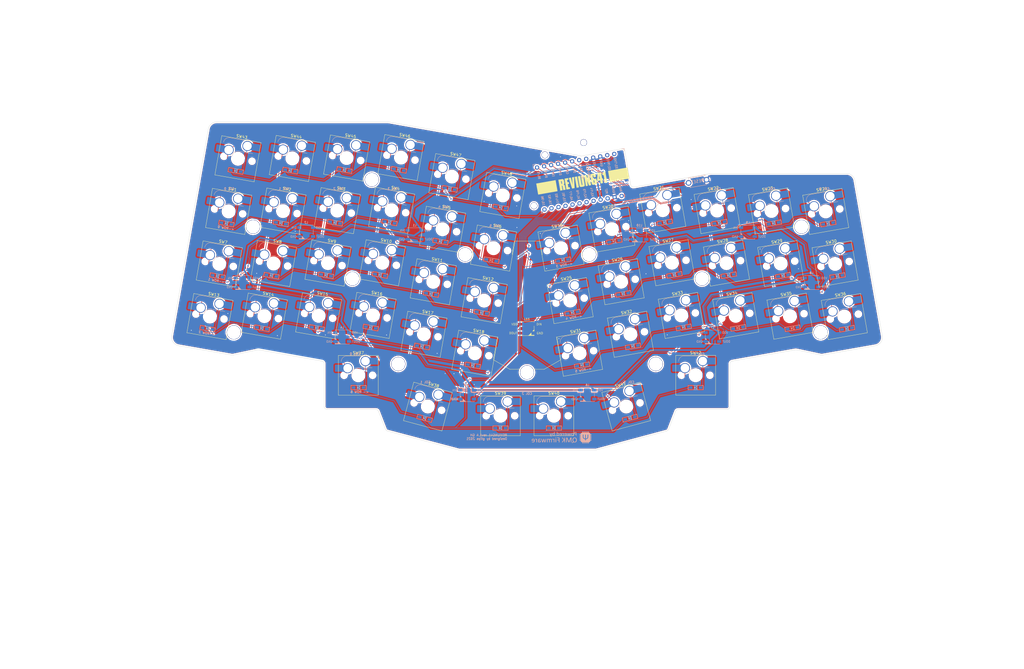
<source format=kicad_pcb>
(kicad_pcb (version 20211014) (generator pcbnew)
  (title_block (title "REVIUNG41") (date "2021-05-31") (rev "1.4"))
  (layers (0 "F.Cu" signal) (31 "B.Cu" signal) (34 "B.Paste" user) (35 "F.Paste" user) (36 "B.SilkS" user "B.Silkscreen") (37 "F.SilkS" user "F.Silkscreen") (38 "B.Mask" user) (39 "F.Mask" user) (44 "Edge.Cuts" user))
  (net 0 "")
  (net 1 "Net-(D1-Pad2)")
  (net 2 "row0")
  (net 3 "Net-(D2-Pad2)")
  (net 4 "Net-(D3-Pad2)")
  (net 5 "Net-(D4-Pad2)")
  (net 6 "Net-(D5-Pad2)")
  (net 7 "Net-(D6-Pad2)")
  (net 8 "row1")
  (net 9 "Net-(D7-Pad2)")
  (net 10 "Net-(D8-Pad2)")
  (net 11 "Net-(D9-Pad2)")
  (net 12 "Net-(D10-Pad2)")
  (net 13 "Net-(D11-Pad2)")
  (net 14 "Net-(D12-Pad2)")
  (net 15 "row2")
  (net 16 "Net-(D13-Pad2)")
  (net 17 "Net-(D14-Pad2)")
  (net 18 "Net-(D15-Pad2)")
  (net 19 "Net-(D16-Pad2)")
  (net 20 "Net-(D17-Pad2)")
  (net 21 "Net-(D18-Pad2)")
  (net 22 "row3")
  (net 23 "Net-(D19-Pad2)")
  (net 24 "Net-(D20-Pad2)")
  (net 25 "Net-(D21-Pad2)")
  (net 26 "Net-(D22-Pad2)")
  (net 27 "Net-(D23-Pad2)")
  (net 28 "Net-(D24-Pad2)")
  (net 29 "row4")
  (net 30 "Net-(D25-Pad2)")
  (net 31 "Net-(D26-Pad2)")
  (net 32 "Net-(D27-Pad2)")
  (net 33 "Net-(D28-Pad2)")
  (net 34 "Net-(D29-Pad2)")
  (net 35 "Net-(D30-Pad2)")
  (net 36 "row5")
  (net 37 "Net-(D31-Pad2)")
  (net 38 "Net-(D32-Pad2)")
  (net 39 "Net-(D33-Pad2)")
  (net 40 "Net-(D34-Pad2)")
  (net 41 "Net-(D35-Pad2)")
  (net 42 "Net-(D36-Pad2)")
  (net 43 "row6")
  (net 44 "Net-(D37-Pad2)")
  (net 45 "Net-(D38-Pad2)")
  (net 46 "Net-(D39-Pad2)")
  (net 47 "Net-(D40-Pad2)")
  (net 48 "Net-(D41-Pad2)")
  (net 49 "LED")
  (net 50 "VCC")
  (net 51 "GND")
  (net 52 "col0")
  (net 53 "col1")
  (net 54 "col2")
  (net 55 "col3")
  (net 56 "col4")
  (net 57 "col5")
  (net 58 "reset")
  (net 59 "Net-(L1-Pad2)")
  (net 60 "Net-(L2-Pad2)")
  (net 61 "Net-(L3-Pad2)")
  (net 62 "Net-(L4-Pad2)")
  (net 63 "Net-(L5-Pad2)")
  (net 64 "Net-(L6-Pad2)")
  (net 65 "Net-(L7-Pad2)")
  (net 66 "Net-(L8-Pad2)")
  (net 67 "Net-(L10-Pad4)")
  (net 68 "Net-(L10-Pad2)")
  (net 69 "row7")
  (net 70 "Net-(D43-Pad2)")
  (net 71 "Ned-(D44-Pad2)")
  (net 72 "Net-(D45-Pad2)")
  (net 73 "Net-(D46-Pad2)")
  (net 74 "Net-(D47-Pad2)")
  (net 75 "Net-(D48-Pad2)")
  (net 76 "Net-(D42-Pad2)")
  (footprint "customs:SW_Hotswap_Kailh_MX_plated" (layer "F.Cu") (at 39.879711 62.644933 -10)
    (fp_text reference "SW1")
    (fp_text value "SW_PUSH")
  )
  (footprint "customs:SW_Hotswap_Kailh_MX_plated" (layer "F.Cu") (at 59.269713 62.534928 -10)
    (fp_text reference "SW2")
    (fp_text value "SW_PUSH")
  )
  (footprint "customs:SW_Hotswap_Kailh_MX_plated" (layer "F.Cu") (at 78.619712 62.374931 -10)
    (fp_text reference "SW3")
    (fp_text value "SW_PUSH")
  )
  (footprint "customs:SW_Hotswap_Kailh_MX_plated" (layer "F.Cu") (at 97.98971 62.234932 -10)
    (fp_text reference "SW4")
    (fp_text value "SW_PUSH")
  )
  (footprint "customs:SW_Hotswap_Kailh_MX_plated" (layer "F.Cu") (at 116.139708 69.024928 -10)
    (fp_text reference "SW5")
    (fp_text value "SW_PUSH")
  )
  (footprint "customs:SW_Hotswap_Kailh_MX_plated" (layer "F.Cu") (at 134.30971 75.734933 -10)
    (fp_text reference "SW6")
    (fp_text value "SW_PUSH")
  )
  (footprint "customs:SW_Hotswap_Kailh_MX_plated" (layer "F.Cu") (at 36.54971 81.374925 -10)
    (fp_text reference "SW7")
    (fp_text value "SW_PUSH")
  )
  (footprint "customs:SW_Hotswap_Kailh_MX_plated" (layer "F.Cu") (at 55.90971 81.254929 -10)
    (fp_text reference "SW8")
    (fp_text value "SW_PUSH")
  )
  (footprint "customs:SW_Hotswap_Kailh_MX_plated" (layer "F.Cu") (at 75.30971 81.094929 -10)
    (fp_text reference "SW9")
    (fp_text value "SW_PUSH")
  )
  (footprint "customs:SW_Hotswap_Kailh_MX_plated" (layer "F.Cu") (at 94.669711 80.984927 -10)
    (fp_text reference "SW10")
    (fp_text value "SW_PUSH")
  )
  (footprint "customs:SW_Hotswap_Kailh_MX_plated" (layer "F.Cu") (at 112.819712 87.764926 -10)
    (fp_text reference "SW11")
    (fp_text value "SW_PUSH")
  )
  (footprint "customs:SW_Hotswap_Kailh_MX_plated" (layer "F.Cu") (at 130.969707 94.484927 -10)
    (fp_text reference "SW12")
    (fp_text value "SW_PUSH")
  )
  (footprint "customs:SW_Hotswap_Kailh_MX_plated" (layer "F.Cu") (at 33.229712 100.164925 -10)
    (fp_text reference "SW13")
    (fp_text value "SW_PUSH")
  )
  (footprint "customs:SW_Hotswap_Kailh_MX_plated" (layer "F.Cu") (at 52.629711 100.004927 -10)
    (fp_text reference "SW14")
    (fp_text value "SW_PUSH")
  )
  (footprint "customs:SW_Hotswap_Kailh_MX_plated" (layer "F.Cu") (at 71.969712 99.894928 -10)
    (fp_text reference "SW15")
    (fp_text value "SW_PUSH")
  )
  (footprint "customs:SW_Hotswap_Kailh_MX_plated" (layer "F.Cu") (at 91.354326 99.743299 -10)
    (fp_text reference "SW16")
    (fp_text value "SW_PUSH")
  )
  (footprint "customs:SW_Hotswap_Kailh_MX_plated" (layer "F.Cu") (at 109.50971 106.49493 -10)
    (fp_text reference "SW17")
    (fp_text value "SW_PUSH")
  )
  (footprint "customs:SW_Hotswap_Kailh_MX_plated" (layer "F.Cu") (at 127.65971 113.254928 -10)
    (fp_text reference "SW18")
    (fp_text value "SW_PUSH")
  )
  (footprint "customs:SW_Hotswap_Kailh_MX_plated" (layer "F.Cu") (at 158.369708 75.734936 10)
    (fp_text reference "SW19")
    (fp_text value "SW_PUSH")
  )
  (footprint "customs:SW_Hotswap_Kailh_MX_plated" (layer "F.Cu") (at 176.519709 68.954932 10)
    (fp_text reference "SW20")
    (fp_text value "SW_PUSH")
  )
  (footprint "customs:SW_Hotswap_Kailh_MX_plated" (layer "F.Cu") (at 194.649712 62.214929 10)
    (fp_text reference "SW21")
    (fp_text value "SW_PUSH")
  )
  (footprint "customs:SW_Hotswap_Kailh_MX_plated" (layer "F.Cu") (at 214.03971 62.354931 10)
    (fp_text reference "SW22")
    (fp_text value "SW_PUSH")
  )
  (footprint "customs:SW_Hotswap_Kailh_MX_plated" (layer "F.Cu") (at 233.409711 62.484931 10)
    (fp_text reference "SW23")
    (fp_text value "SW_PUSH")
  )
  (footprint "customs:SW_Hotswap_Kailh_MX_plated" (layer "F.Cu") (at 252.74971 62.644929 10)
    (fp_text reference "SW24")
    (fp_text value "SW_PUSH")
  )
  (footprint "customs:SW_Hotswap_Kailh_MX_plated" (layer "F.Cu") (at 161.639711 94.464926 10)
    (fp_text reference "SW25")
    (fp_text value "SW_PUSH")
  )
  (footprint "customs:SW_Hotswap_Kailh_MX_plated" (layer "F.Cu") (at 179.809711 87.724925 10)
    (fp_text reference "SW26")
    (fp_text value "SW_PUSH")
  )
  (footprint "customs:SW_Hotswap_Kailh_MX_plated" (layer "F.Cu") (at 197.939711 80.954929 10)
    (fp_text reference "SW27")
    (fp_text value "SW_PUSH")
  )
  (footprint "customs:SW_Hotswap_Kailh_MX_plated" (layer "F.Cu") (at 217.369712 81.094931 10)
    (fp_text reference "SW28")
    (fp_text value "SW_PUSH")
  )
  (footprint "customs:SW_Hotswap_Kailh_MX_plated" (layer "F.Cu") (at 236.699714 81.254929 10)
    (fp_text reference "SW29")
    (fp_text value "SW_PUSH")
  )
  (footprint "customs:SW_Hotswap_Kailh_MX_plated" (layer "F.Cu") (at 256.089712 81.374928 10)
    (fp_text reference "SW30")
    (fp_text value "SW_PUSH")
  )
  (footprint "customs:SW_Hotswap_Kailh_MX_plated" (layer "F.Cu") (at 164.989709 113.234928 10)
    (fp_text reference "SW31")
    (fp_text value "SW_PUSH")
  )
  (footprint "customs:SW_Hotswap_Kailh_MX_plated" (layer "F.Cu") (at 183.119712 106.474931 10)
    (fp_text reference "SW32")
    (fp_text value "SW_PUSH")
  )
  (footprint "customs:SW_Hotswap_Kailh_MX_plated" (layer "F.Cu") (at 201.269709 99.754925 10)
    (fp_text reference "SW33")
    (fp_text value "SW_PUSH")
  )
  (footprint "customs:SW_Hotswap_Kailh_MX_plated" (layer "F.Cu") (at 220.659709 99.864925 10)
    (fp_text reference "SW34")
    (fp_text value "SW_PUSH")
  )
  (footprint "customs:SW_Hotswap_Kailh_MX_plated" (layer "F.Cu") (at 240.009711 100.024931 10)
    (fp_text reference "SW35")
    (fp_text value "SW_PUSH")
  )
  (footprint "customs:SW_Hotswap_Kailh_MX_plated" (layer "F.Cu") (at 259.379713 100.164929 10)
    (fp_text reference "SW36")
    (fp_text value "SW_PUSH")
  )
  (footprint "customs:SW_Hotswap_Kailh_MX_plated" (layer "F.Cu") (at 86.12971 121.11493)
    (fp_text reference "SW37")
    (fp_text value "SW_PUSH")
  )
  (footprint "customs:SW_Hotswap_Kailh_MX_plated" (layer "F.Cu") (at 110.90197 132.259809 -15)
    (fp_text reference "SW38")
    (fp_text value "SW_PUSH")
  )
  (footprint "customs:SW_Hotswap_Kailh_MX_plated" (layer "F.Cu") (at 136.794711 135.544931)
    (fp_text reference "SW39")
    (fp_text value "SW_2U_PUSH")
  )
  (footprint "customs:SW_Hotswap_Kailh_MX_plated" (layer "F.Cu") (at 181.629713 132.254929 15)
    (fp_text reference "SW41")
    (fp_text value "SW_PUSH")
  )
  (footprint "customs:SW_Hotswap_Kailh_MX_plated" (layer "F.Cu") (at 206.369711 121.094929)
    (fp_text reference "SW42")
    (fp_text value "SW_PUSH")
  )
  (footprint "_reviung-kbd:LED_WS2812B_PLCC4_5.0x5.0mm_P3.2mm" (layer "F.Cu") (at 146.269713 104.464926)
    (fp_text reference "L11")
    (fp_text value "WS2812B")
  )
  (footprint "_reviung-kbd:HOLE" (layer "F.Cu") (at 48.609708 68.134931)
    (fp_text reference "H1")
    (fp_text value "H1")
  )
  (footprint "_reviung-kbd:HOLE" (layer "F.Cu") (at 41.729711 105.784935)
    (fp_text reference "H2")
    (fp_text value "H2")
  )
  (footprint "_reviung-kbd:HOLE" (layer "F.Cu") (at 83.999712 86.644928)
    (fp_text reference "H3")
    (fp_text value "H3")
  )
  (footprint "_reviung-kbd:HOLE" (layer "F.Cu") (at 100.369709 117.074931)
    (fp_text reference "H4")
    (fp_text value "H4")
  )
  (footprint "_reviung-kbd:HOLE" (layer "F.Cu") (at 146.259708 120.074931)
    (fp_text reference "H6")
    (fp_text value "H6")
  )
  (footprint "_reviung-kbd:HOLE" (layer "F.Cu") (at 192.159707 117.074925)
    (fp_text reference "H8")
    (fp_text value "H8")
  )
  (footprint "_reviung-kbd:HOLE" (layer "F.Cu") (at 208.649711 86.634929)
    (fp_text reference "H9")
    (fp_text value "H9")
  )
  (footprint "_reviung-kbd:HOLE" (layer "F.Cu") (at 250.919707 105.784927)
    (fp_text reference "H10")
    (fp_text value "H10")
  )
  (footprint "_reviung-kbd:HOLE" (layer "F.Cu") (at 244.069711 68.124929)
    (fp_text reference "H11")
    (fp_text value "H11")
  )
  (footprint "_reviung-kbd:HOLE" (layer "F.Cu") (at 168.439711 78.024927)
    (fp_text reference "H7")
    (fp_text value "H7")
  )
  (footprint "_reviung-kbd:HOLE" (layer "F.Cu") (at 124.219712 78.024929)
    (fp_text reference "H5")
    (fp_text value "H5")
  )
  (footprint "_reviung-kbd:reviung41-bsilk-center-x4-ver1" (layer "F.Cu") (at 166.149711 51.814931 10)
    (fp_text reference "G***" hide)
    (fp_text value "LOGO" hide)
  )
  (footprint "customs:SW_Hotswap_Kailh_MX_plated" (layer "F.Cu") (at 119.469715 50.244926 -10)
    (fp_text reference "SW47")
    (fp_text value "SW_PUSH")
  )
  (footprint "customs:SW_Hotswap_Kailh_MX_plated" (layer "F.Cu") (at 155.844712 135.54493)
    (fp_text reference "SW40")
    (fp_text value "SW_2U_PUSH")
  )
  (footprint "customs:SW_Hotswap_Kailh_MX_plated" (layer "F.Cu") (at 137.639708 56.95493 -10)
    (fp_text reference "SW48")
    (fp_text value "SW_PUSH")
  )
  (footprint "customs:SW_Hotswap_Kailh_MX_plated" (layer "F.Cu") (at 81.949709 43.594924 -10)
    (fp_text reference "SW45")
    (fp_text value "SW_PUSH")
  )
  (footprint "customs:SW_Hotswap_Kailh_MX_plated" (layer "F.Cu") (at 43.209711 43.864928 -10)
    (fp_text reference "SW43")
    (fp_text value "SW_PUSH")
  )
  (footprint "customs:SW_Hotswap_Kailh_MX_plated" (layer "F.Cu") (at 62.599708 43.75493 -10)
    (fp_text reference "SW44")
    (fp_text value "SW_PUSH")
  )
  (footprint "customs:SW_Hotswap_Kailh_MX_plated" (layer "F.Cu") (at 101.319707 43.454927 -10)
    (fp_text reference "SW46")
    (fp_text value "SW_PUSH")
  )
  (footprint "" (layer "F.Cu") (at 90.916469 51.320466 -10)
    (fp_text reference "")
    (fp_text value "")
  )
  (footprint "_reviung-kbd:D3_SMD_1side" (layer "B.Cu") (at 39.099712 66.974927 -10)
    (fp_text reference "D1" hide)
    (fp_text value "1N4148W" hide)
  )
  (footprint "_reviung-kbd:D3_SMD_1side" (layer "B.Cu") (at 58.519711 66.864923 -10)
    (fp_text reference "D2" hide)
    (fp_text value "1N4148W" hide)
  )
  (footprint "_reviung-kbd:D3_SMD_1side" (layer "B.Cu") (at 77.83971 66.674924 -10)
    (fp_text reference "D3" hide)
    (fp_text value "1N4148W" hide)
  )
  (footprint "_reviung-kbd:D3_SMD_1side" (layer "B.Cu") (at 97.249709 66.574926 -10)
    (fp_text reference "D4" hide)
    (fp_text value "1N4148W" hide)
  )
  (footprint "_reviung-kbd:D3_SMD_1side" (layer "B.Cu") (at 115.399711 73.36493 -10)
    (fp_text reference "D5" hide)
    (fp_text value "1N4148W" hide)
  )
  (footprint "_reviung-kbd:D3_SMD_1side" (layer "B.Cu") (at 133.539709 80.064931 -10)
    (fp_text reference "D6" hide)
    (fp_text value "1N4148W" hide)
  )
  (footprint "_reviung-kbd:D3_SMD_1side" (layer "B.Cu") (at 35.91971 85.734931 -10)
    (fp_text reference "D7" hide)
    (fp_text value "1N4148W" hide)
  )
  (footprint "_reviung-kbd:D3_SMD_1side" (layer "B.Cu") (at 55.149711 85.584931 -10)
    (fp_text reference "D8" hide)
    (fp_text value "1N4148W" hide)
  )
  (footprint "_reviung-kbd:D3_SMD_1side" (layer "B.Cu") (at 74.609711 85.43493 -10)
    (fp_text reference "D9" hide)
    (fp_text value "1N4148W" hide)
  )
  (footprint "_reviung-kbd:D3_SMD_1side" (layer "B.Cu") (at 93.869711 85.314929 -10)
    (fp_text reference "D10" hide)
    (fp_text value "1N4148W" hide)
  )
  (footprint "_reviung-kbd:D3_SMD_1side" (layer "B.Cu") (at 112.049709 92.094927 -10)
    (fp_text reference "D11" hide)
    (fp_text value "1N4148W" hide)
  )
  (footprint "_reviung-kbd:D3_SMD_1side" (layer "B.Cu") (at 130.129711 98.794927 -10)
    (fp_text reference "D12" hide)
    (fp_text value "1N4148W" hide)
  )
  (footprint "_reviung-kbd:D3_SMD_1side" (layer "B.Cu") (at 32.37971 104.484928 -10)
    (fp_text reference "D13" hide)
    (fp_text value "1N4148W" hide)
  )
  (footprint "_reviung-kbd:D3_SMD_1side" (layer "B.Cu") (at 51.739712 104.314929 -10)
    (fp_text reference "D14" hide)
    (fp_text value "1N4148W" hide)
  )
  (footprint "_reviung-kbd:D3_SMD_1side" (layer "B.Cu") (at 71.309712 104.244927 -10)
    (fp_text reference "D15" hide)
    (fp_text value "1N4148W" hide)
  )
  (footprint "_reviung-kbd:D3_SMD_1side" (layer "B.Cu") (at 90.55971 104.074928 -10)
    (fp_text reference "D16" hide)
    (fp_text value "1N4148W" hide)
  )
  (footprint "_reviung-kbd:D3_SMD_1side" (layer "B.Cu") (at 108.819712 110.844928 -10)
    (fp_text reference "D17" hide)
    (fp_text value "1N4148W" hide)
  )
  (footprint "_reviung-kbd:D3_SMD_1side" (layer "B.Cu") (at 126.92971 117.584929 -10)
    (fp_text reference "D18" hide)
    (fp_text value "1N4148W" hide)
  )
  (footprint "_reviung-kbd:D3_SMD_1side" (layer "B.Cu") (at 159.129709 80.074931 10)
    (fp_text reference "D19" hide)
    (fp_text value "1N4148W" hide)
  )
  (footprint "_reviung-kbd:D3_SMD_1side" (layer "B.Cu") (at 177.379712 73.254925 10)
    (fp_text reference "D20" hide)
    (fp_text value "1N4148W" hide)
  )
  (footprint "_reviung-kbd:D3_SMD_1side" (layer "B.Cu") (at 195.399708 66.55493 10)
    (fp_text reference "D21" hide)
    (fp_text value "1N4148W" hide)
  )
  (footprint "_reviung-kbd:D3_SMD_1side" (layer "B.Cu") (at 214.879711 66.654927 10)
    (fp_text reference "D22" hide)
    (fp_text value "1N4148W" hide)
  )
  (footprint "_reviung-kbd:D3_SMD_1side" (layer "B.Cu") (at 234.22971 66.854932 10)
    (fp_text reference "D23" hide)
    (fp_text value "1N4148W" hide)
  )
  (footprint "_reviung-kbd:D3_SMD_1side" (layer "B.Cu") (at 253.639712 66.954927 10)
    (fp_text reference "D24" hide)
    (fp_text value "1N4148W" hide)
  )
  (footprint "_reviung-kbd:D3_SMD_1side" (layer "B.Cu") (at 162.50971 98.754929 10)
    (fp_text reference "D25" hide)
    (fp_text value "1N4148W" hide)
  )
  (footprint "_reviung-kbd:D3_SMD_1side" (layer "B.Cu") (at 180.59971 92.064929 10)
    (fp_text reference "D26" hide)
    (fp_text value "1N4148W" hide)
  )
  (footprint "_reviung-kbd:D3_SMD_1side" (layer "B.Cu") (at 198.819709 85.274935 10)
    (fp_text reference "D27" hide)
    (fp_text value "1N4148W" hide)
  )
  (footprint "_reviung-kbd:D3_SMD_1side" (layer "B.Cu") (at 218.189707 85.404933 10)
    (fp_text reference "D28" hide)
    (fp_text value "1N4148W" hide)
  )
  (footprint "_reviung-kbd:D3_SMD_1side" (layer "B.Cu") (at 237.569712 85.574926 10)
    (fp_text reference "D29" hide)
    (fp_text value "1N4148W" hide)
  )
  (footprint "_reviung-kbd:D3_SMD_1side" (layer "B.Cu") (at 256.94971 85.70493 10)
    (fp_text reference "D30" hide)
    (fp_text value "1N4148W" hide)
  )
  (footprint "_reviung-kbd:D3_SMD_1side" (layer "B.Cu") (at 165.889709 117.534928 10)
    (fp_text reference "D31" hide)
    (fp_text value "1N4148W" hide)
  )
  (footprint "_reviung-kbd:D3_SMD_1side" (layer "B.Cu") (at 184.039711 110.784931 10)
    (fp_text reference "D32" hide)
    (fp_text value "1N4148W" hide)
  )
  (footprint "_reviung-kbd:D3_SMD_1side" (layer "B.Cu") (at 202.129711 104.024933 10)
    (fp_text reference "D33" hide)
    (fp_text value "1N4148W" hide)
  )
  (footprint "_reviung-kbd:D3_SMD_1side" (layer "B.Cu") (at 221.53971 104.184928 10)
    (fp_text reference "D34" hide)
    (fp_text value "1N4148W" hide)
  )
  (footprint "_reviung-kbd:D3_SMD_1side" (layer "B.Cu") (at 240.919709 104.32493 10)
    (fp_text reference "D35" hide)
    (fp_text value "1N4148W" hide)
  )
  (footprint "_reviung-kbd:D3_SMD_1side" (layer "B.Cu") (at 260.329708 104.484925 10)
    (fp_text reference "D36" hide)
    (fp_text value "1N4148W" hide)
  )
  (footprint "_reviung-kbd:D3_SMD_1side" (layer "B.Cu") (at 86.20971 125.484928)
    (fp_text reference "D37" hide)
    (fp_text value "1N4148W" hide)
  )
  (footprint "_reviung-kbd:D3_SMD_1side" (layer "B.Cu") (at 109.73971 136.484931 -15)
    (fp_text reference "D38" hide)
    (fp_text value "1N4148W" hide)
  )
  (footprint "_reviung-kbd:D3_SMD_1side" (layer "B.Cu") (at 136.80471 139.934929)
    (fp_text reference "D39" hide)
    (fp_text value "1N4148W" hide)
  )
  (footprint "_reviung-kbd:D3_SMD_1side" (layer "B.Cu") (at 182.989711 136.404927 15)
    (fp_text reference "D40" hide)
    (fp_text value "1N4148W" hide)
  )
  (footprint "_reviung-kbd:D3_SMD_1side" (layer "B.Cu") (at 206.379712 125.494922)
    (fp_text reference "D41" hide)
    (fp_text value "1N4148W" hide)
  )
  (footprint "_reviung-kbd:ProMicro" (layer "B.Cu") (at 164.413992 52.140395 100)
    (fp_text reference "U1" hide)
    (fp_text value "ProMicro" hide)
  )
  (footprint "_reviung-kbd:ResetSW_1side" (layer "B.Cu") (at 207.054676 51.899978 -170)
    (fp_text reference "RESET1" hide)
    (fp_text value "SW_PUSH" hide)
  )
  (footprint "_reviung-kbd:LED_WS2812B_PLCC4_5.0x5.0mm_P3.2mm" (layer "B.Cu") (at 106.189709 70.984932 180)
    (fp_text reference "L1")
    (fp_text value "WS2812B")
  )
  (footprint "_reviung-kbd:LED_WS2812B_PLCC4_5.0x5.0mm_P3.2mm" (layer "B.Cu") (at 67.539712 69.994929 180)
    (fp_text reference "L2")
    (fp_text value "WS2812B")
  )
  (footprint "_reviung-kbd:LED_WS2812B_PLCC4_5.0x5.0mm_P3.2mm" (layer "B.Cu") (at 44.86971 88.014926 180)
    (fp_text reference "L3")
    (fp_text value "WS2812B")
  )
  (footprint "_reviung-kbd:LED_WS2812B_PLCC4_5.0x5.0mm_P3.2mm" (layer "B.Cu") (at 80.359709 107.454931 180)
    (fp_text reference "L4")
    (fp_text value "WS2812B")
  )
  (footprint "_reviung-kbd:LED_WS2812B_PLCC4_5.0x5.0mm_P3.2mm" (layer "B.Cu") (at 124.90971 128.004928 180)
    (fp_text reference "L5")
    (fp_text value "WS2812B")
  )
  (footprint "_reviung-kbd:LED_WS2812B_PLCC4_5.0x5.0mm_P3.2mm" (layer "B.Cu") (at 167.78971 127.98493 180)
    (fp_text reference "L6")
    (fp_text value "WS2812B")
  )
  (footprint "_reviung-kbd:LED_WS2812B_PLCC4_5.0x5.0mm_P3.2mm" (layer "B.Cu") (at 212.339706 107.454931 180)
    (fp_text reference "L7")
    (fp_text value "WS2812B")
  )
  (footprint "_reviung-kbd:LED_WS2812B_PLCC4_5.0x5.0mm_P3.2mm" (layer "B.Cu") (at 247.689708 88.004932 180)
    (fp_text reference "L8")
    (fp_text value "WS2812B")
  )
  (footprint "_reviung-kbd:LED_WS2812B_PLCC4_5.0x5.0mm_P3.2mm" (layer "B.Cu") (at 224.999711 70.014929 180)
    (fp_text reference "L9")
    (fp_text value "WS2812B")
  )
  (footprint "_reviung-kbd:LED_WS2812B_PLCC4_5.0x5.0mm_P3.2mm" (layer "B.Cu") (at 186.33971 71.014927 180)
    (fp_text reference "L10")
    (fp_text value "WS2812B")
  )
  (footprint "_reviung-kbd:HOLE_2.2mm" (layer "B.Cu") (at 166.458029 38.079548)
    (fp_text reference "H14")
    (fp_text value "H14")
  )
  (footprint "_reviung-kbd:HOLE_2.2mm" (layer "B.Cu") (at 152.633371 42.487136)
    (fp_text reference "H13")
    (fp_text value "H13")
  )
  (footprint "_reviung-kbd:HOLE_2.2mm" (layer "B.Cu") (at 148.727514 60.628836)
    (fp_text reference "H12")
    (fp_text value "H12")
  )
  (footprint "_reviung-kbd:QMK-x4-ver1" (layer "B.Cu") (at 158.61 143.29 180)
    (fp_text reference "G***" hide)
    (fp_text value "LOGO" hide)
  )
  (footprint "_reviung-kbd:D3_SMD_1side" (layer "B.Cu") (at 136.86971 61.284928 -10)
    (fp_text reference "D6" hide)
    (fp_text value "1N4148W" hide)
  )
  (footprint "_reviung-kbd:D3_SMD_1side" (layer "B.Cu") (at 100.579707 47.794928 -10)
    (fp_text reference "D4" hide)
    (fp_text value "1N4148W" hide)
  )
  (footprint "_reviung-kbd:D3_SMD_1side" (layer "B.Cu") (at 118.729705 54.584928 -10)
    (fp_text reference "D5" hide)
    (fp_text value "1N4148W" hide)
  )
  (footprint "_reviung-kbd:D3_SMD_1side" (layer "B.Cu") (at 42.429711 48.19493 -10)
    (fp_text reference "D1" hide)
    (fp_text value "1N4148W" hide)
  )
  (footprint "_reviung-kbd:D3_SMD_1side" (layer "B.Cu") (at 61.849708 48.084929 -10)
    (fp_text reference "D2" hide)
    (fp_text value "1N4148W" hide)
  )
  (footprint "_reviung-kbd:D3_SMD_1side" (layer "B.Cu") (at 81.169713 47.894929 -10)
    (fp_text reference "D3" hide)
    (fp_text value "1N4148W" hide)
  )
  (footprint "_reviung-kbd:D3_SMD_1side" (layer "B.Cu") (at 155.854711 139.934926)
    (fp_text reference "D39" hide)
    (fp_text value "1N4148W" hide)
  )
  (gr_line (start 158.299708 115.574928) (end 156.889708 107.524933) (layer "F.SilkS") (width 0.12))
  (gr_line (start 140.099708 118.954929) (end 143.869711 118.954931) (layer "F.SilkS") (width 0.12))
  (gr_line (start 135.669708 107.644928) (end 134.289704 115.574928) (layer "F.SilkS") (width 0.12))
  (gr_line (start 152.399709 118.954927) (end 158.299708 115.574928) (layer "F.SilkS") (width 0.12))
  (gr_line (start 140.919711 78.064929) (end 141.739711 73.264929) (layer "F.SilkS") (width 0.12))
  (gr_line (start 148.719713 118.954932) (end 152.399709 118.954927) (layer "F.SilkS") (width 0.12))
  (gr_line (start 150.82971 73.264933) (end 151.689709 78.104927) (layer "F.SilkS") (width 0.12))
  (gr_line (start 141.739711 73.264929) (end 150.82971 73.264933) (layer "F.SilkS") (width 0.12))
  (gr_line (start 134.289704 115.574928) (end 140.099708 118.954929) (layer "F.SilkS") (width 0.12))
  (gr_curve (pts (xy 22.067496 110.534962) (xy 22.067496 110.534962) (xy 40.875596 113.845464) (xy 40.875596 113.845464)) (layer "Edge.Cuts") (width 0.1))
  (gr_curve (pts (xy 170.884441 147.712689) (xy 170.884441 147.712689) (xy 196.024193 140.981642) (xy 196.024193 140.981642)) (layer "Edge.Cuts") (width 0.1))
  (gr_curve (pts (xy 96.747573 30.717459) (xy 96.747573 30.717459) (xy 35.640087 30.717333) (xy 35.640087 30.717333)) (layer "Edge.Cuts") (width 0.1))
  (gr_curve (pts (xy 242.479083 112.046748) (xy 242.479083 112.046748) (xy 250.896201 113.831984) (xy 250.896201 113.831984)) (layer "Edge.Cuts") (width 0.1))
  (gr_line (start 92.391898 133.264929) (end 74.989711 133.264929) (layer "Edge.Cuts") (width 0.1))
  (gr_line (start 73.165915 116.029317) (end 50.861163 112.03666) (layer "Edge.Cuts") (width 0.1))
  (gr_curve (pts (xy 50.096067 112.0484) (xy 50.34797 111.995283) (xy 50.607754 111.991292) (xy 50.861163 112.03666)) (layer "Edge.Cuts") (width 0.1))
  (gr_curve (pts (xy 199.205084 133.903768) (xy 199.354215 133.518725) (xy 199.724674 133.264929) (xy 200.137588 133.264932)) (layer "Edge.Cuts") (width 0.1))
  (gr_curve (pts (xy 218.557544 132.264927) (xy 218.557544 132.264927) (xy 218.557542 117.004521) (xy 218.557542 117.004521)) (layer "Edge.Cuts") (width 0.1))
  (gr_curve (pts (xy 40.875596 113.845464) (xy 41.127216 113.889757) (xy 41.384991 113.885424) (xy 41.634983 113.832707)) (layer "Edge.Cuts") (width 0.1))
  (gr_line (start 270.447524 110.535074) (end 251.658156 113.845174) (layer "Edge.Cuts") (width 0.1))
  (gr_curve (pts (xy 92.391898 133.264929) (xy 92.804529 133.264932) (xy 93.174789 133.518374) (xy 93.324117 133.903034)) (layer "Edge.Cuts") (width 0.1))
  (gr_curve (pts (xy 165.688176 42.888982) (xy 114.703688 33.899044) (xy 96.747573 30.717459) (xy 96.747573 30.717459)) (layer "Edge.Cuts") (width 0.1))
  (gr_curve (pts (xy 19.633375 107.057967) (xy 19.344692 108.690427) (xy 20.434799 110.247587) (xy 22.067496 110.534962)) (layer "Edge.Cuts") (width 0.1))
  (gr_line (start 184.361515 53.98229) (end 211.965658 49.114882) (layer "Edge.Cuts") (width 0.1))
  (gr_curve (pts (xy 73.165915 116.029317) (xy 73.642651 116.114655) (xy 73.989713 116.529355) (xy 73.98971 117.013671)) (layer "Edge.Cuts") (width 0.1))
  (gr_curve (pts (xy 35.640087 30.717333) (xy 34.18477 30.717336) (xy 32.939347 31.761837) (xy 32.68592 33.194915)) (layer "Edge.Cuts") (width 0.1))
  (gr_curve (pts (xy 121.99 147.712689) (xy 121.697778 147.712689) (xy 170.884441 147.712689) (xy 170.884441 147.712689)) (layer "Edge.Cuts") (width 0.1))
  (gr_curve (pts (xy 200.137588 133.264932) (xy 200.137588 133.264932) (xy 217.557544 133.264932) (xy 217.557544 133.264932)) (layer "Edge.Cuts") (width 0.1))
  (gr_curve (pts (xy 250.896201 113.831984) (xy 251.146989 113.885173) (xy 251.405669 113.889656) (xy 251.658156 113.845174)) (layer "Edge.Cuts") (width 0.1))
  (gr_curve (pts (xy 184.361515 53.98229) (xy 183.817597 54.0782) (xy 183.298917 53.715002) (xy 183.203041 53.171082)) (layer "Edge.Cuts") (width 0.1))
  (gr_curve (pts (xy 217.557544 133.264932) (xy 218.109826 133.264927) (xy 218.557541 132.817214) (xy 218.557544 132.264927)) (layer "Edge.Cuts") (width 0.1))
  (gr_curve (pts (xy 219.381835 116.020074) (xy 219.381835 116.020074) (xy 241.712704 112.034341) (xy 241.712704 112.034341)) (layer "Edge.Cuts") (width 0.1))
  (gr_line (start 93.324117 133.903034) (end 95.837414 140.377175) (layer "Edge.Cuts") (width 0.1))
  (gr_curve (pts (xy 179.929515 40.372551) (xy 180.473434 40.27664) (xy 180.992114 40.639838) (xy 181.087991 41.183759)) (layer "Edge.Cuts") (width 0.1))
  (gr_curve (pts (xy 73.98971 132.264928) (xy 73.989711 132.817213) (xy 74.437425 133.264929) (xy 74.989711 133.264929)) (layer "Edge.Cuts") (width 0.1))
  (gr_curve (pts (xy 41.634983 113.832707) (xy 41.634983 113.832707) (xy 50.096067 112.0484) (xy 50.096067 112.0484)) (layer "Edge.Cuts") (width 0.1))
  (gr_curve (pts (xy 218.557542 117.004521) (xy 218.557546 116.520016) (xy 218.90487 116.105207) (xy 219.381835 116.020074)) (layer "Edge.Cuts") (width 0.1))
  (gr_curve (pts (xy 263.100162 51.590905) (xy 262.847336 50.157157) (xy 261.60161 49.111881) (xy 260.145744 49.111885)) (layer "Edge.Cuts") (width 0.1))
  (gr_curve (pts (xy 73.98971 117.013671) (xy 73.98971 117.013671) (xy 73.98971 132.264928) (xy 73.98971 132.264928)) (layer "Edge.Cuts") (width 0.1))
  (gr_curve (pts (xy 95.837414 140.377175) (xy 95.952862 140.674545) (xy 96.203254 140.899003) (xy 96.511434 140.981367)) (layer "Edge.Cuts") (width 0.1))
  (gr_line (start 121.99 147.712689) (end 96.511434 140.981367) (layer "Edge.Cuts") (width 0.1))
  (gr_curve (pts (xy 196.698064 140.376826) (xy 196.698064 140.376826) (xy 199.205084 133.903768) (xy 199.205084 133.903768)) (layer "Edge.Cuts") (width 0.1))
  (gr_curve (pts (xy 241.712704 112.034341) (xy 241.966569 111.989032) (xy 242.226814 111.993241) (xy 242.479083 112.046748)) (layer "Edge.Cuts") (width 0.1))
  (gr_line (start 260.145744 49.111885) (end 211.965658 49.114882) (layer "Edge.Cuts") (width 0.1))
  (gr_curve (pts (xy 32.68592 33.194915) (xy 29.442485 51.589343) (xy 19.633375 107.057967) (xy 19.633375 107.057967)) (layer "Edge.Cuts") (width 0.1))
  (gr_line (start 181.087991 41.183759) (end 183.203041 53.171082) (layer "Edge.Cuts") (width 0.1))
  (gr_curve (pts (xy 270.447524 110.535074) (xy 272.079445 110.247581) (xy 273.169216 108.691462) (xy 272.881453 107.059594)) (layer "Edge.Cuts") (width 0.1))
  (gr_curve (pts (xy 272.881453 107.059594) (xy 272.881453 107.059594) (xy 263.100162 51.590905) (xy 263.100162 51.590905)) (layer "Edge.Cuts") (width 0.1))
  (gr_curve (pts (xy 196.024193 140.981642) (xy 196.332458 140.89911) (xy 196.582811 140.674412) (xy 196.698064 140.376826)) (layer "Edge.Cuts") (width 0.1))
  (gr_line (start 179.929515 40.372551) (end 165.688176 42.888982) (layer "Edge.Cuts") (width 0.1))
  (gr_text "<-ROW 0" (at 38.919711 68.594926 -10) (layer "B.SilkS") (effects (font (size 0.8 0.8)) (justify mirror)))
  (gr_text "<-ROW 3" (at 159.54971 81.74493 10) (layer "B.SilkS") (effects (font (size 0.8 0.8)) (justify mirror)))
  (gr_text "<-ROW 1" (at 35.459709 87.344925 -10) (layer "B.SilkS") (effects (font (size 0.8 0.8)) (justify mirror)))
  (gr_text "COL 4" (at 232.859709 54.544927) (layer "B.SilkS") (effects (font (size 0.8 0.8)) (justify mirror)))
  (gr_text "COL 5" (at 252.189714 54.544928) (layer "B.SilkS") (effects (font (size 0.8 0.8)) (justify mirror)))
  (gr_text "COL 1" (at 175.95971 61.12493) (layer "B.SilkS") (effects (font (size 0.8 0.8)) (justify mirror)))
  (gr_text "COL 2" (at 194.08971 54.54493) (layer "B.SilkS") (effects (font (size 0.8 0.8)) (justify mirror)))
  (gr_text "COL 1" (at 59.609711 54.544927) (layer "B.SilkS") (effects (font (size 0.8 0.8)) (justify mirror)))
  (gr_text "<-ROW 4" (at 162.959713 100.454927 10) (layer "B.SilkS") (effects (font (size 0.8 0.8)) (justify mirror)))
  (gr_text "COL 0" (at 84.929712 113.484927) (layer "B.SilkS") (effects (font (size 0.8 0.8)) (justify mirror)))
  (gr_text "COL 4" (at 207.649708 113.504928) (layer "B.SilkS") (effects (font (size 0.8 0.8)) (justify mirror)))
  (gr_text "COL 3" (at 182.649711 123.54493) (layer "B.SilkS") (effects (font (size 0.8 0.8)) (justify mirror)))
  (gr_text "COL 4" (at 116.479709 61.014931) (layer "B.SilkS") (effects (font (size 0.8 0.8)) (justify mirror)))
  (gr_text "COL 1" (at 110.009707 123.544927) (layer "B.SilkS") (effects (font (size 0.8 0.8)) (justify mirror)))
  (gr_text "COL 5" (at 134.729713 67.794928) (layer "B.SilkS") (effects (font (size 0.8 0.8)) (justify mirror)))
  (gr_text "COL 2" (at 146.239714 127.63493) (layer "B.SilkS") (effects (font (size 0.8 0.8)) (justify mirror)))
  (gr_text "<- ROW 6" (at 86.59971 127.044927) (layer "B.SilkS") (effects (font (size 0.8 0.8)) (justify mirror)))
  (gr_text "COL 3" (at 213.469711 54.544931) (layer "B.SilkS") (effects (font (size 0.8 0.8)) (justify mirror)))
  (gr_text "COL 0" (at 157.82971 67.884929) (layer "B.SilkS") (effects (font (size 0.8 0.8)) (justify mirror)))
  (gr_text "<-ROW 2" (at 32.119713 106.124929 -10) (layer "B.SilkS") (effects (font (size 0.8 0.8)) (justify mirror)))
  (gr_text "REVIUNG41 rev1.4 GH\nDesigned by gtips 2021" (at 139.239705 143.1) (layer "B.SilkS") (effects (font (size 0.8 0.8)) (justify left mirror)))
  (gr_text "COL 2" (at 79.049714 54.544929) (layer "B.SilkS") (effects (font (size 0.8 0.8)) (justify mirror)))
  (gr_text "COL 0" (at 40.099711 54.544931) (layer "B.SilkS") (effects (font (size 0.8 0.8)) (justify mirror)))
  (gr_text "COL 3" (at 98.439711 54.544928) (layer "B.SilkS") (effects (font (size 0.8 0.8)) (justify mirror)))
  (gr_text "<-ROW 5" (at 166.329712 119.194931 10) (layer "B.SilkS") (effects (font (size 0.8 0.8)) (justify mirror)))
  (segment (start 43.263255 58.083175) (end 41.75279 66.649437) (width 0.2) (layer "B.Cu") (net 1))
  (segment (start 41.75279 66.649437) (end 40.847744 67.283155) (width 0.2) (layer "B.Cu") (net 1))
  (segment (start 146.653707 76.589956) (end 146.96801 74.807454) (width 0.2) (layer "F.Cu") (net 2))
  (segment (start 98.747456 71.819559) (end 95.697495 67.463766) (width 0.2) (layer "F.Cu") (net 2))
  (segment (start 138.312824 82.430305) (end 146.653707 76.589956) (width 0.2) (layer "F.Cu") (net 2))
  (segment (start 98.747456 71.819559) (end 100.012865 73.626747) (width 0.2) (layer "F.Cu") (net 2))
  (via (at 138.312824 82.430305) (size 0.6) (drill 0.3) (layers "F.Cu" "B.Cu") (net 2))
  (via (at 95.697495 67.463766) (size 0.6) (drill 0.3) (layers "F.Cu" "B.Cu") (net 2))
  (via (at 146.96801 74.807454) (size 0.6) (drill 0.3) (layers "F.Cu" "B.Cu") (net 2))
  (via (at 100.012865 73.626747) (size 0.6) (drill 0.3) (layers "F.Cu" "B.Cu") (net 2))
  (segment (start 145.929553 71.792159) (end 145.929553 73.768996) (width 0.2) (layer "B.Cu") (net 2))
  (segment (start 57.547196 67.664253) (end 56.771676 66.556707) (width 0.2) (layer "B.Cu") (net 2))
  (segment (start 56.771676 66.556707) (end 47.609394 64.941141) (width 0.2) (layer "B.Cu") (net 2))
  (segment (start 60.880032 68.251922) (end 57.547196 67.664253) (width 0.2) (layer "B.Cu") (net 2))
  (segment (start 38.402518 68.167464) (end 37.351679 66.666703) (width 0.2) (layer "B.Cu") (net 2))
  (segment (start 118.217985 75.122942) (end 114.659063 74.495405) (width 0.2) (layer "B.Cu") (net 2))
  (segment (start 131.791675 79.756706) (end 133.008897 81.495081) (width 0.2) (layer "B.Cu") (net 2))
  (segment (start 131.791676 79.756704) (end 129.786804 79.40319) (width 0.2) (layer "B.Cu") (net 2))
  (segment (start 80.367758 68.357533) (end 77.079712 67.777763) (width 0.2) (layer "B.Cu") (net 2))
  (segment (start 114.659063 74.495405) (end 113.651675 73.056701) (width 0.2) (layer "B.Cu") (net 2))
  (segment (start 85.797489 64.555595) (end 80.367758 68.357533) (width 0.2) (layer "B.Cu") (net 2))
  (segment (start 112.70379 75.8645) (end 102.140049 74.001829) (width 0.2) (layer "B.Cu") (net 2))
  (segment (start 42.076536 68.815286) (end 38.402518 68.167464) (width 0.2) (layer "B.Cu") (net 2))
  (segment (start 133.008897 81.495081) (end 138.312824 82.430305) (width 0.2) (layer "B.Cu") (net 2))
  (segment (start 126.504593 74.71571) (end 120.349539 73.630408) (width 0.2) (layer "B.Cu") (net 2))
  (segment (start 114.659063 74.495405) (end 112.70379 75.8645) (width 0.2) (layer "B.Cu") (net 2))
  (segment (start 161.593408 67.308044) (end 150.413667 67.308044) (width 0.2) (layer "B.Cu") (net 2))
  (segment (start 102.140049 74.001829) (end 100.012865 73.626747) (width 0.2) (layer "B.Cu") (net 2))
  (segment (start 77.079712 67.777763) (end 76.091676 66.366708) (width 0.2) (layer "B.Cu") (net 2))
  (segment (start 47.609394 64.941141) (end 42.076536 68.815286) (width 0.2) (layer "B.Cu") (net 2))
  (segment (start 120.349539 73.630408) (end 118.217985 75.122942) (width 0.2) (layer "B.Cu") (net 2))
  (segment (start 170.013328 58.888124) (end 161.593408 67.308044) (width 0.2) (layer "B.Cu") (net 2))
  (segment (start 95.501676 66.266702) (end 85.797489 64.555595) (width 0.2) (layer "B.Cu") (net 2))
  (segment (start 145.929553 73.768996) (end 146.96801 74.807454) (width 0.2) (layer "B.Cu") (net 2))
  (segment (start 150.413667 67.308044) (end 145.929553 71.792159) (width 0.2) (layer "B.Cu") (net 2))
  (segment (start 95.501675 66.266701) (end 95.372453 66.999553) (width 0.2) (layer "B.Cu") (net 2))
  (segment (start 129.786804 79.40319) (end 126.504593 74.71571) (width 0.2) (layer "B.Cu") (net 2))
  (segment (start 66.090828 64.603282) (end 60.880032 68.251922) (width 0.2) (layer "B.Cu") (net 2))
  (segment (start 95.372453 66.999553) (end 95.697495 67.463766) (width 0.2) (layer "B.Cu") (net 2))
  (segment (start 76.091676 66.366708) (end 66.090828 64.603282) (width 0.2) (layer "B.Cu") (net 2))
  (segment (start 61.138569 66.563393) (end 60.267744 67.173155) (width 0.2) (layer "B.Cu") (net 3))
  (segment (start 62.653257 57.973171) (end 61.138569 66.563393) (width 0.2) (layer "B.Cu") (net 3))
  (segment (start 82.003254 57.813174) (end 80.498825 66.345207) (width 0.2) (layer "B.Cu") (net 4))
  (segment (start 80.498825 66.345207) (end 79.587744 66.983155) (width 0.2) (layer "B.Cu") (net 4))
  (segment (start 99.855145 66.282794) (end 98.997742 66.883153) (width 0.2) (layer "B.Cu") (net 5))
  (segment (start 101.373255 57.673168) (end 99.855145 66.282794) (width 0.2) (layer "B.Cu") (net 5))
  (segment (start 118.005143 73.072797) (end 117.147743 73.673156) (width 0.2) (layer "B.Cu") (net 6))
  (segment (start 119.523253 64.463172) (end 118.005143 73.072797) (width 0.2) (layer "B.Cu") (net 6))
  (segment (start 137.693255 71.173173) (end 136.181382 79.747418) (width 0.2) (layer "B.Cu") (net 7))
  (segment (start 136.181382 79.747418) (end 135.287745 80.373154) (width 0.2) (layer "B.Cu") (net 7))
  (segment (start 143.948701 95.040544) (end 147.003171 77.717774) (width 0.2) (layer "F.Cu") (net 8))
  (segment (start 135.109682 101.22969) (end 143.948701 95.040544) (width 0.2) (layer "F.Cu") (net 8))
  (segment (start 48.994075 87.632381) (end 41.69665 86.345647) (width 0.2) (layer "F.Cu") (net 8))
  (segment (start 41.69665 86.345647) (end 39.495583 87.886851) (width 0.2) (layer "F.Cu") (net 8))
  (via (at 39.495583 87.886851) (size 0.6) (drill 0.3) (layers "F.Cu" "B.Cu") (net 8))
  (via (at 48.994075 87.632381) (size 0.6) (drill 0.3) (layers "F.Cu" "B.Cu") (net 8))
  (via (at 135.109682 101.22969) (size 0.6) (drill 0.3) (layers "F.Cu" "B.Cu") (net 8))
  (via (at 147.003171 77.717774) (size 0.6) (drill 0.3) (layers "F.Cu" "B.Cu") (net 8))
  (segment (start 63.006 83.388884) (end 57.616661 87.162543) (width 0.2) (layer "B.Cu") (net 8))
  (segment (start 73.715159 86.345605) (end 72.86168 85.126702) (width 0.2) (layer "B.Cu") (net 8))
  (segment (start 145.529553 76.163247) (end 145.529552 76.247407) (width 0.2) (layer "B.Cu") (net 8))
  (segment (start 159.933064 66.908044) (end 158.107032 66.908044) (width 0.2) (layer "B.Cu") (net 8))
  (segment (start 35.391868 87.169318) (end 34.171676 85.426701) (width 0.2) (layer "B.Cu") (net 8))
  (segment (start 77.287975 86.975588) (end 73.715159 86.345605) (width 0.2) (layer "B.Cu") (net 8))
  (segment (start 57.616661 87.162543) (end 54.314445 86.580275) (width 0.2) (layer "B.Cu") (net 8))
  (segment (start 167.511917 59.329192) (end 159.933064 66.908044) (width 0.2) (layer "B.Cu") (net 8))
  (segment (start 53.401678 85.276704) (end 49.82754 87.779342) (width 0.2) (layer "B.Cu") (net 8))
  (segment (start 82.518192 83.313354) (end 77.287975 86.975588) (width 0.2) (layer "B.Cu") (net 8))
  (segment (start 54.314445 86.580275) (end 53.401678 85.276704) (width 0.2) (layer "B.Cu") (net 8))
  (segment (start 49.82754 87.779342) (end 48.994075 87.632381) (width 0.2) (layer "B.Cu") (net 8))
  (segment (start 158.107032 66.908044) (end 150.247981 66.908043) (width 0.2) (layer "B.Cu") (net 8))
  (segment (start 129.625193 100.262627) (end 135.109682 101.22969) (width 0.2) (layer "B.Cu") (net 8))
  (segment (start 113.107193 95.793398) (end 110.301675 91.786703) (width 0.2) (layer "B.Cu") (net 8))
  (segment (start 145.529552 76.247407) (end 147.005395 77.723247) (width 0.2) (layer "B.Cu") (net 8))
  (segment (start 145.529553 71.626475) (end 145.529553 76.163247) (width 0.2) (layer "B.Cu") (net 8))
  (segment (start 72.86168 85.126702) (end 63.006 83.388884) (width 0.2) (layer "B.Cu") (net 8))
  (segment (start 147.644087 69.511939) (end 145.529553 71.626475) (width 0.2) (layer "B.Cu") (net 8))
  (segment (start 92.121678 85.006704) (end 82.518192 83.313354) (width 0.2) (layer "B.Cu") (net 8))
  (segment (start 128.381677 98.4867) (end 129.625193 100.262627) (width 0.2) (layer "B.Cu") (net 8))
  (segment (start 110.301675 91.786703) (end 94.977018 89.084552) (width 0.2) (layer "B.Cu") (net 8))
  (segment (start 39.488667 87.891693) (end 35.391868 87.169318) (width 0.2) (layer "B.Cu") (net 8))
  (segment (start 94.977018 89.084552) (end 92.121678 85.006704) (width 0.2) (layer "B.Cu") (net 8))
  (segment (start 128.381674 98.486699) (end 113.107193 95.793398) (width 0.2) (layer "B.Cu") (net 8))
  (segment (start 150.247981 66.908043) (end 147.644087 69.511939) (width 0.2) (layer "B.Cu") (net 8))
  (segment (start 38.395627 85.533481) (end 37.667746 86.043154) (width 0.2) (layer "B.Cu") (net 9))
  (segment (start 39.933256 76.81317) (end 38.395627 85.533481) (width 0.2) (layer "B.Cu") (net 9))
  (segment (start 59.293254 76.693172) (end 57.779973 85.27541) (width 0.2) (layer "B.Cu") (net 10))
  (segment (start 57.779973 85.27541) (end 56.897746 85.893151) (width 0.2) (layer "B.Cu") (net 10))
  (segment (start 78.693253 76.533169) (end 77.169508 85.174748) (width 0.2) (layer "B.Cu") (net 11))
  (segment (start 77.169508 85.174748) (end 76.357745 85.743155) (width 0.2) (layer "B.Cu") (net 11))
  (segment (start 98.053254 76.423173) (end 96.545609 84.97346) (width 0.2) (layer "B.Cu") (net 12))
  (segment (start 96.545609 84.97346) (end 95.617743 85.623155) (width 0.2) (layer "B.Cu") (net 12))
  (segment (start 116.203258 83.203171) (end 114.691383 91.777425) (width 0.2) (layer "B.Cu") (net 13))
  (segment (start 114.691383 91.777425) (end 113.79774 92.403157) (width 0.2) (layer "B.Cu") (net 13))
  (segment (start 134.353254 89.92317) (end 132.855261 98.418686) (width 0.2) (layer "B.Cu") (net 14))
  (segment (start 132.855261 98.418686) (end 131.87774 99.103153) (width 0.2) (layer "B.Cu") (net 14))
  (segment (start 144.486871 95.155745) (end 145.019762 94.782612) (width 0.2) (layer "F.Cu") (net 15))
  (segment (start 86.840401 107.953039) (end 72.255398 105.381314) (width 0.2) (layer "F.Cu") (net 15))
  (segment (start 72.255398 105.381314) (end 71.838354 105.673327) (width 0.2) (layer "F.Cu") (net 15))
  (segment (start 139.849774 104.004961) (end 140.976751 97.613559) (width 0.2) (layer "F.Cu") (net 15))
  (segment (start 140.976751 97.613559) (end 144.486871 95.155745) (width 0.2) (layer "F.Cu") (net 15))
  (segment (start 132.347395 120.17789) (end 137.653125 116.462778) (width 0.2) (layer "F.Cu") (net 15))
  (segment (start 145.019762 94.782612) (end 147.475146 80.85743) (width 0.2) (layer "F.Cu") (net 15))
  (segment (start 137.653125 116.462778) (end 139.849774 104.004961) (width 0.2) (layer "F.Cu") (net 15))
  (via (at 132.347395 120.17789) (size 0.6) (drill 0.3) (layers "F.Cu" "B.Cu") (net 15))
  (via (at 71.838354 105.673327) (size 0.6) (drill 0.3) (layers "F.Cu" "B.Cu") (net 15))
  (via (at 147.475146 80.85743) (size 0.6) (drill 0.3) (layers "F.Cu" "B.Cu") (net 15))
  (via (at 86.840401 107.953039) (size 0.6) (drill 0.3) (layers "F.Cu" "B.Cu") (net 15))
  (segment (start 54.112866 105.939378) (end 50.95507 105.382571) (width 0.2) (layer "B.Cu") (net 15))
  (segment (start 40.371935 102.310485) (end 35.092071 106.007484) (width 0.2) (layer "B.Cu") (net 15))
  (segment (start 50.95507 105.382571) (end 49.991676 104.006704) (width 0.2) (layer "B.Cu") (net 15))
  (segment (start 69.561677 103.936705) (end 59.50537 102.163504) (width 0.2) (layer "B.Cu") (net 15))
  (segment (start 35.092071 106.007484) (end 31.465892 105.368087) (width 0.2) (layer "B.Cu") (net 15))
  (segment (start 145.129553 71.460787) (end 150.082295 66.508044) (width 0.2) (layer "B.Cu") (net 15))
  (segment (start 88.03709 108.159607) (end 105.954535 111.318935) (width 0.2) (layer "B.Cu") (net 15))
  (segment (start 125.181676 117.276703) (end 126.489912 119.145058) (width 0.2) (layer "B.Cu") (net 15))
  (segment (start 49.991676 104.006704) (end 40.371935 102.310485) (width 0.2) (layer "B.Cu") (net 15))
  (segment (start 59.50537 102.163504) (end 54.112866 105.939378) (width 0.2) (layer "B.Cu") (net 15))
  (segment (start 86.845472 107.949496) (end 88.03709 108.159607) (width 0.2) (layer "B.Cu") (net 15))
  (segment (start 109.904923 114.583002) (end 107.071679 110.536699) (width 0.2) (layer "B.Cu") (net 15))
  (segment (start 158.272717 66.508045) (end 165.010505 59.770258) (width 0.2) (layer "B.Cu") (net 15))
  (segment (start 69.561677 103.936705) (end 70.62827 105.45996) (width 0.2) (layer "B.Cu") (net 15))
  (segment (start 125.181675 117.276706) (end 109.904923 114.583002) (width 0.2) (layer "B.Cu") (net 15))
  (segment (start 70.62827 105.45996) (end 71.838354 105.673327) (width 0.2) (layer "B.Cu") (net 15))
  (segment (start 86.840401 107.953039) (end 86.845472 107.949496) (width 0.2) (layer "B.Cu") (net 15))
  (segment (start 105.954535 111.318935) (end 107.071677 110.536702) (width 0.2) (layer "B.Cu") (net 15))
  (segment (start 150.082295 66.508044) (end 158.272717 66.508045) (width 0.2) (layer "B.Cu") (net 15))
  (segment (start 88.811677 103.766704) (end 88.247203 106.967987) (width 0.2) (layer "B.Cu") (net 15))
  (segment (start 31.465892 105.368087) (end 30.631674 104.176704) (width 0.2) (layer "B.Cu") (net 15))
  (segment (start 126.489912 119.145058) (end 132.347395 120.17789) (width 0.2) (layer "B.Cu") (net 15))
  (segment (start 88.247203 106.967987) (end 86.840401 107.953039) (width 0.2) (layer "B.Cu") (net 15))
  (segment (start 145.129553 77.932147) (end 145.129553 71.460787) (width 0.2) (layer "B.Cu") (net 15))
  (segment (start 147.475147 80.277742) (end 145.129553 77.932147) (width 0.2) (layer "B.Cu") (net 15))
  (segment (start 147.475146 80.85743) (end 147.475147 80.277742) (width 0.2) (layer "B.Cu") (net 15))
  (segment (start 35.114661 104.102108) (end 34.127745 104.793156) (width 0.2) (layer "B.Cu") (net 16))
  (segment (start 36.613257 95.603168) (end 35.114661 104.102108) (width 0.2) (layer "B.Cu") (net 16))
  (segment (start 54.522308 103.898745) (end 53.487745 104.623154) (width 0.2) (layer "B.Cu") (net 17))
  (segment (start 56.013257 95.443174) (end 54.522308 103.898745) (width 0.2) (layer "B.Cu") (net 17))
  (segment (start 73.82187 104.01811) (end 73.057743 104.553157) (width 0.2) (layer "B.Cu") (net 18))
  (segment (start 75.353258 95.333172) (end 73.82187 104.01811) (width 0.2) (layer "B.Cu") (net 18))
  (segment (start 93.22914 103.737981) (end 92.307746 104.383154) (width 0.2) (layer "B.Cu") (net 19))
  (segment (start 94.737878 95.181537) (end 93.22914 103.737981) (width 0.2) (layer "B.Cu") (net 19))
  (segment (start 111.366091 110.594148) (end 110.567745 111.153154) (width 0.2) (layer "B.Cu") (net 20))
  (segment (start 112.893254 101.933173) (end 111.366091 110.594148) (width 0.2) (layer "B.Cu") (net 20))
  (segment (start 129.525749 117.299375) (end 128.677745 117.893155) (width 0.2) (layer "B.Cu") (net 21))
  (segment (start 131.043257 108.693172) (end 129.525749 117.299375) (width 0.2) (layer "B.Cu") (net 21))
  (segment (start 229.317058 65.673054) (end 216.140332 67.99647) (width 0.2) (layer "F.Cu") (net 22))
  (segment (start 190.904474 67.34879) (end 189.752627 68.993794) (width 0.2) (layer "F.Cu") (net 22))
  (segment (start 189.752627 68.993794) (end 178.703082 70.942131) (width 0.2) (layer "F.Cu") (net 22))
  (via (at 229.317058 65.673054) (size 0.6) (drill 0.3) (layers "F.Cu" "B.Cu") (net 22))
  (via (at 190.904474 67.34879) (size 0.6) (drill 0.3) (layers "F.Cu" "B.Cu") (net 22))
  (via (at 216.140332 67.99647) (size 0.6) (drill 0.3) (layers "F.Cu" "B.Cu") (net 22))
  (via (at 178.703082 70.942131) (size 0.6) (drill 0.3) (layers "F.Cu" "B.Cu") (net 22))
  (segment (start 157.381675 80.383157) (end 145.676475 82.447098) (width 0.2) (layer "B.Cu") (net 22))
  (segment (start 193.651675 66.863155) (end 190.905456 67.34739) (width 0.2) (layer "B.Cu") (net 22))
  (segment (start 251.891679 67.263153) (end 249.961887 67.603429) (width 0.2) (layer "B.Cu") (net 22))
  (segment (start 144.729552 71.295103) (end 149.916609 66.108046) (width 0.2) (layer "B.Cu") (net 22))
  (segment (start 178.703082 70.942131) (end 177.04194 73.314491) (width 0.2) (layer "B.Cu") (net 22))
  (segment (start 240.022029 67.126234) (end 233.9564 68.19577) (width 0.2) (layer "B.Cu") (net 22))
  (segment (start 145.676475 82.447098) (end 144.786678 81.824056) (width 0.2) (layer "B.Cu") (net 22))
  (segment (start 144.729553 81.766931) (end 144.729552 71.295103) (width 0.2) (layer "B.Cu") (net 22))
  (segment (start 245.286381 64.329602) (end 241.514567 64.994674) (width 0.2) (layer "B.Cu") (net 22))
  (segment (start 241.514567 64.994674) (end 240.022029 67.126234) (width 0.2) (layer "B.Cu") (net 22))
  (segment (start 214.915773 68.21239) (end 216.140332 67.99647) (width 0.2) (layer "B.Cu") (net 22))
  (segment (start 190.905456 67.34739) (end 190.904474 67.34879) (width 0.2) (layer "B.Cu") (net 22))
  (segment (start 158.522556 81.18201) (end 157.381675 80.383157) (width 0.2) (layer "B.Cu") (net 22))
  (segment (start 197.68443 69.686919) (end 193.651675 66.863155) (width 0.2) (layer "B.Cu") (net 22))
  (segment (start 249.961887 67.603429) (end 245.286381 64.329602) (width 0.2) (layer "B.Cu") (net 22))
  (segment (start 144.786678 81.824056) (end 144.729553 81.766931) (width 0.2) (layer "B.Cu") (net 22))
  (segment (start 162.355501 80.506155) (end 158.522556 81.18201) (width 0.2) (layer "B.Cu") (net 22))
  (segment (start 213.131677 66.963156) (end 214.915773 68.21239) (width 0.2) (layer "B.Cu") (net 22))
  (segment (start 177.04194 73.314491) (end 175.631679 73.563155) (width 0.2) (layer "B.Cu") (net 22))
  (segment (start 156.612373 66.108046) (end 162.509092 60.211324) (width 0.2) (layer "B.Cu") (net 22))
  (segment (start 230.145081 65.527055) (end 229.317058 65.673054) (width 0.2) (layer "B.Cu") (net 22))
  (segment (start 232.481675 67.163154) (end 230.145081 65.527055) (width 0.2) (layer "B.Cu") (net 22))
  (segment (start 149.916609 66.108046) (end 156.612373 66.108046) (width 0.2) (layer "B.Cu") (net 22))
  (segment (start 213.131677 66.963156) (end 197.68443 69.686919) (width 0.2) (layer "B.Cu") (net 22))
  (segment (start 233.9564 68.19577) (end 232.481675 67.163154) (width 0.2) (layer "B.Cu") (net 22))
  (segment (start 166.031789 75.255873) (end 162.355501 80.506155) (width 0.2) (layer "B.Cu") (net 22))
  (segment (start 175.631679 73.563155) (end 166.031789 75.255873) (width 0.2) (layer "B.Cu") (net 22))
  (segment (start 159.988988 70.291044) (end 161.502481 78.874485) (width 0.2) (layer "B.Cu") (net 23))
  (segment (start 161.502481 78.874485) (end 160.877743 79.766706) (width 0.2) (layer "B.Cu") (net 23))
  (segment (start 178.138985 63.511036) (end 179.666964 72.176619) (width 0.2) (layer "B.Cu") (net 24))
  (segment (start 179.666964 72.176619) (end 179.127747 72.946707) (width 0.2) (layer "B.Cu") (net 24))
  (segment (start 196.26899 56.77104) (end 197.780472 65.343073) (width 0.2) (layer "B.Cu") (net 25))
  (segment (start 197.780472 65.343073) (end 197.147742 66.246701) (width 0.2) (layer "B.Cu") (net 25))
  (segment (start 215.658991 56.911039) (end 217.182943 65.5538) (width 0.2) (layer "B.Cu") (net 26))
  (segment (start 217.182943 65.5538) (end 216.627744 66.346704) (width 0.2) (layer "B.Cu") (net 26))
  (segment (start 236.558775 65.716902) (end 235.977739 66.546704) (width 0.2) (layer "B.Cu") (net 27))
  (segment (start 235.028989 57.041042) (end 236.558775 65.716902) (width 0.2) (layer "B.Cu") (net 27))
  (segment (start 254.368987 57.201035) (end 255.904404 65.908837) (width 0.2) (layer "B.Cu") (net 28))
  (segment (start 255.904404 65.908837) (end 255.387748 66.646705) (width 0.2) (layer "B.Cu") (net 28))
  (segment (start 251.470307 91.337109) (end 248.555277 91.851107) (width 0.2) (layer "F.Cu") (net 29))
  (segment (start 248.555277 91.851107) (end 240.66619 86.327111) (width 0.2) (layer "F.Cu") (net 29))
  (via (at 240.66619 86.327111) (size 0.6) (drill 0.3) (layers "F.Cu" "B.Cu") (net 29))
  (via (at 251.470307 91.337109) (size 0.6) (drill 0.3) (layers "F.Cu" "B.Cu") (net 29))
  (segment (start 240.66619 86.327111) (end 237.302712 86.920183) (width 0.2) (layer "B.Cu") (net 29))
  (segment (start 180.182463 93.304977) (end 178.851676 92.373153) (width 0.2) (layer "B.Cu") (net 29))
  (segment (start 197.071678 85.583156) (end 187.533403 87.265012) (width 0.2) (layer "B.Cu") (net 29))
  (segment (start 154.952027 65.708047) (end 160.007681 60.65239) (width 0.2) (layer "B.Cu") (net 29))
  (segment (start 160.761677 99.063156) (end 145.530628 101.748801) (width 0.2) (layer "B.Cu") (net 29))
  (segment (start 187.533403 87.265012) (end 183.743887 92.677007) (width 0.2) (layer "B.Cu") (net 29))
  (segment (start 145.530628 101.748801) (end 144.329553 100.547723) (width 0.2) (layer "B.Cu") (net 29))
  (segment (start 144.329553 71.129415) (end 149.750924 65.708046) (width 0.2) (layer "B.Cu") (net 29))
  (segment (start 161.980012 99.916242) (end 160.761675 99.063155) (width 0.2) (layer "B.Cu") (net 29))
  (segment (start 178.851676 92.373153) (end 169.3718 94.044712) (width 0.2) (layer "B.Cu") (net 29))
  (segment (start 204.454875 85.57265) (end 198.544921 86.614733) (width 0.2) (layer "B.Cu") (net 29))
  (segment (start 214.629202 86.03275) (end 210.204062 82.934228) (width 0.2) (layer "B.Cu") (net 29))
  (segment (start 237.302712 86.920183) (end 235.821678 85.883151) (width 0.2) (layer "B.Cu") (net 29))
  (segment (start 205.723186 83.72433) (end 204.482112 85.496767) (width 0.2) (layer "B.Cu") (net 29))
  (segment (start 198.544921 86.614733) (end 197.071678 85.583156) (width 0.2) (layer "B.Cu") (net 29))
  (segment (start 216.441673 85.713159) (end 214.629202 86.03275) (width 0.2) (layer "B.Cu") (net 29))
  (segment (start 255.201676 86.013155) (end 251.474294 91.336406) (width 0.2) (layer "B.Cu") (net 29))
  (segment (start 183.743887 92.677007) (end 180.182463 93.304977) (width 0.2) (layer "B.Cu") (net 29))
  (segment (start 251.474294 91.336406) (end 251.470307 91.337109) (width 0.2) (layer "B.Cu") (net 29))
  (segment (start 210.204062 82.934228) (end 205.723186 83.72433) (width 0.2) (layer "B.Cu") (net 29))
  (segment (start 149.750924 65.708046) (end 154.952027 65.708047) (width 0.2) (layer "B.Cu") (net 29))
  (segment (start 220.534168 88.578751) (end 216.441673 85.713159) (width 0.2) (layer "B.Cu") (net 29))
  (segment (start 204.487321 85.526308) (end 204.454875 85.57265) (width 0.2) (layer "B.Cu") (net 29))
  (segment (start 235.821677 85.883155) (end 220.534168 88.578751) (width 0.2) (layer "B.Cu") (net 29))
  (segment (start 169.3718 94.044712) (end 165.722588 99.256325) (width 0.2) (layer "B.Cu") (net 29))
  (segment (start 165.722588 99.256325) (end 161.980012 99.916242) (width 0.2) (layer "B.Cu") (net 29))
  (segment (start 144.329553 100.547723) (end 144.329553 71.129415) (width 0.2) (layer "B.Cu") (net 29))
  (segment (start 204.482112 85.496767) (end 204.487321 85.526308) (width 0.2) (layer "B.Cu") (net 29))
  (segment (start 163.258989 89.02104) (end 164.787569 97.690039) (width 0.2) (layer "B.Cu") (net 30))
  (segment (start 164.787569 97.690039) (end 164.257744 98.446702) (width 0.2) (layer "B.Cu") (net 30))
  (segment (start 181.428989 82.281037) (end 182.948518 90.898707) (width 0.2) (layer "B.Cu") (net 31))
  (segment (start 182.948518 90.898707) (end 182.347744 91.756703) (width 0.2) (layer "B.Cu") (net 31))
  (segment (start 201.093807 84.215412) (end 200.567741 84.966704) (width 0.2) (layer "B.Cu") (net 32))
  (segment (start 199.558991 75.511044) (end 201.093807 84.215412) (width 0.2) (layer "B.Cu") (net 32))
  (segment (start 218.988989 75.651044) (end 220.510325 84.278977) (width 0.2) (layer "B.Cu") (net 33))
  (segment (start 220.510325 84.278977) (end 219.937744 85.096706) (width 0.2) (layer "B.Cu") (net 33))
  (segment (start 238.318989 75.811042) (end 239.851795 84.503999) (width 0.2) (layer "B.Cu") (net 34))
  (segment (start 239.851795 84.503999) (end 239.317743 85.266703) (width 0.2) (layer "B.Cu") (net 34))
  (segment (start 259.241193 84.620577) (end 258.697745 85.396703) (width 0.2) (layer "B.Cu") (net 35))
  (segment (start 257.708992 75.931038) (end 259.241193 84.620577) (width 0.2) (layer "B.Cu") (net 35))
  (segment (start 209.241054 103.789317) (end 215.218836 102.735274) (width 0.2) (layer "F.Cu") (net 36))
  (via (at 215.218836 102.735274) (size 0.6) (drill 0.3) (layers "F.Cu" "B.Cu") (net 36))
  (via (at 209.241054 103.789317) (size 0.6) (drill 0.3) (layers "F.Cu" "B.Cu") (net 36))
  (segment (start 218.134365 104.785382) (end 215.753464 103.118258) (width 0.2) (layer "B.Cu") (net 36))
  (segment (start 143.929553 70.96373) (end 149.585239 65.308045) (width 0.2) (layer "B.Cu") (net 36))
  (segment (start 164.141673 117.843157) (end 156.190563 119.245149) (width 0.2) (layer "B.Cu") (net 36))
  (segment (start 256.632381 105.136864) (end 252.592237 102.307929) (width 0.2) (layer "B.Cu") (net 36))
  (segment (start 156.190563 119.245149) (end 143.985708 110.699218) (width 0.2) (layer "B.Cu") (net 36))
  (segment (start 182.291677 111.093155) (end 172.575449 112.806387) (width 0.2) (layer "B.Cu") (net 36))
  (segment (start 172.575449 112.806387) (end 168.920521 118.026165) (width 0.2) (layer "B.Cu") (net 36))
  (segment (start 219.791673 104.493153) (end 218.134365 104.785382) (width 0.2) (layer "B.Cu") (net 36))
  (segment (start 183.514778 111.949584) (end 182.291677 111.093155) (width 0.2) (layer "B.Cu") (net 36))
  (segment (start 149.585239 65.308045) (end 153.291681 65.308045) (width 0.2) (layer "B.Cu") (net 36))
  (segment (start 239.171676 104.633153) (end 236.206675 102.557035) (width 0.2) (layer "B.Cu") (net 36))
  (segment (start 200.381678 104.333157) (end 201.543422 105.146621) (width 0.2) (layer "B.Cu") (net 36))
  (segment (start 168.920521 118.026165) (end 165.311795 118.662486) (width 0.2) (layer "B.Cu") (net 36))
  (segment (start 187.387314 111.26675) (end 183.514778 111.949584) (width 0.2) (layer "B.Cu") (net 36))
  (segment (start 245.324355 103.589454) (end 244.294187 105.060693) (width 0.2) (layer "B.Cu") (net 36))
  (segment (start 258.581673 104.793153) (end 256.632381 105.136864) (width 0.2) (layer "B.Cu") (net 36))
  (segment (start 165.311795 118.662486) (end 164.141674 117.843154) (width 0.2) (layer "B.Cu") (net 36))
  (segment (start 143.985708 110.699218) (end 143.929553 110.643064) (width 0.2) (layer "B.Cu") (net 36))
  (segment (start 244.294187 105.060693) (end 240.689901 105.696228) (width 0.2) (layer "B.Cu") (net 36))
  (segment (start 236.206675 102.557035) (end 220.884949 105.258671) (width 0.2) (layer "B.Cu") (net 36))
  (segment (start 143.929553 110.643064) (end 143.929553 70.96373) (width 0.2) (layer "B.Cu") (net 36))
  (segment (start 252.592237 102.307929) (end 245.324355 103.589454) (width 0.2) (layer "B.Cu") (net 36))
  (segment (start 153.291681 65.308045) (end 157.50627 61.093455) (width 0.2) (layer "B.Cu") (net 36))
  (segment (start 220.884949 105.258671) (end 219.791674 104.493153) (width 0.2) (layer "B.Cu") (net 36))
  (segment (start 240.689901 105.696228) (end 239.171676 104.633153) (width 0.2) (layer "B.Cu") (net 36))
  (segment (start 215.218836 102.735274) (end 215.751727 103.108408) (width 0.2) (layer "B.Cu") (net 36))
  (segment (start 215.751727 103.108408) (end 215.753464 103.118258) (width 0.2) (layer "B.Cu") (net 36))
  (segment (start 201.543422 105.146621) (end 209.241054 103.789317) (width 0.2) (layer "B.Cu") (net 36))
  (segment (start 200.381678 104.333157) (end 191.09578 105.970509) (width 0.2) (layer "B.Cu") (net 36))
  (segment (start 191.09578 105.970509) (end 187.387314 111.26675) (width 0.2) (layer "B.Cu") (net 36))
  (segment (start 166.608987 107.791038) (end 168.145009 116.502253) (width 0.2) (layer "B.Cu") (net 37))
  (segment (start 168.145009 116.502253) (end 167.637743 117.226703) (width 0.2) (layer "B.Cu") (net 37))
  (segment (start 184.738991 101.031043) (end 186.280442 109.773058) (width 0.2) (layer "B.Cu") (net 38))
  (segment (start 186.280442 109.773058) (end 185.787745 110.476706) (width 0.2) (layer "B.Cu") (net 38))
  (segment (start 204.412739 102.952654) (end 203.877744 103.716701) (width 0.2) (layer "B.Cu") (net 39))
  (segment (start 202.888989 94.311036) (end 204.412739 102.952654) (width 0.2) (layer "B.Cu") (net 39))
  (segment (start 223.813802 103.12541) (end 223.287746 103.876703) (width 0.2) (layer "B.Cu") (net 40))
  (segment (start 222.278992 94.421038) (end 223.813802 103.12541) (width 0.2) (layer "B.Cu") (net 40))
  (segment (start 243.167022 103.30366) (end 242.667743 104.016702) (width 0.2) (layer "B.Cu") (net 41))
  (segment (start 241.628985 94.581037) (end 243.167022 103.30366) (width 0.2) (layer "B.Cu") (net 41))
  (segment (start 260.998992 94.721035) (end 262.547888 103.505263) (width 0.2) (layer "B.Cu") (net 42))
  (segment (start 262.547888 103.505263) (end 262.077744 104.176705) (width 0.2) (layer "B.Cu") (net 42))
  (segment (start 124.399551 123.898043) (end 125.779552 122.518043) (width 0.2) (layer "F.Cu") (net 43))
  (via (at 124.399551 123.898043) (size 0.6) (drill 0.3) (layers "F.Cu" "B.Cu") (net 43))
  (via (at 125.779552 122.518043) (size 0.6) (drill 0.3) (layers "F.Cu" "B.Cu") (net 43))
  (segment (start 181.275191 136.864329) (end 177.068348 141.071173) (width 0.2) (layer "B.Cu") (net 43))
  (segment (start 181.275191 136.864329) (end 182.775755 137.730681) (width 0.2) (layer "B.Cu") (net 43))
  (segment (start 125.779552 122.518043) (end 133.659552 122.518047) (width 0.2) (layer "B.Cu") (net 43))
  (segment (start 98.909792 130.239477) (end 85.033004 126.521199) (width 0.2) (layer "B.Cu") (net 43))
  (segment (start 189.057487 136.047496) (end 193.419686 128.491941) (width 0.2) (layer "B.Cu") (net 43))
  (segment (start 149.419552 64.908044) (end 151.631338 64.908045) (width 0.2) (layer "B.Cu") (net 43))
  (segment (start 182.775755 137.730681) (end 189.057487 136.047496) (width 0.2) (layer "B.Cu") (net 43))
  (segment (start 151.631338 64.908045) (end 155.004857 61.534525) (width 0.2) (layer "B.Cu") (net 43))
  (segment (start 85.033004 126.521199) (end 84.434711 125.484925) (width 0.2) (layer "B.Cu") (net 43))
  (segment (start 108.025189 136.025525) (end 101.193504 134.194981) (width 0.2) (layer "B.Cu") (net 43))
  (segment (start 135.029708 139.934929) (end 120.722665 139.934931) (width 0.2) (layer "B.Cu") (net 43))
  (segment (start 143.529553 70.798042) (end 149.419552 64.908044) (width 0.2) (layer "B.Cu") (net 43))
  (segment (start 120.722665 139.934931) (end 111.934596 139.93493) (width 0.2) (layer "B.Cu") (net 43))
  (segment (start 101.193504 134.194981) (end 98.909792 130.239477) (width 0.2) (layer "B.Cu") (net 43))
  (segment (start 193.419686 128.491941) (end 204.604711 125.494927) (width 0.2) (layer "B.Cu") (net 43))
  (segment (start 177.068348 141.071173) (end 152.94347 141.071172) (width 0.2) (layer "B.Cu") (net 43))
  (segment (start 124.399553 136.258043) (end 124.399551 128.838042) (width 0.2) (layer "B.Cu") (net 43))
  (segment (start 133.659552 122.518047) (end 143.529552 112.648047) (width 0.2) (layer "B.Cu") (net 43))
  (segment (start 154.079711 139.934929) (end 152.94347 141.071172) (width 0.2) (layer "B.Cu") (net 43))
  (segment (start 136.165953 141.071172) (end 135.029708 139.934929) (width 0.2) (layer "B.Cu") (net 43))
  (segment (start 111.934596 139.93493) (end 108.025189 136.025523) (width 0.2) (layer "B.Cu") (net 43))
  (segment (start 124.399551 128.838042) (end 124.399553 123.988043) (width 0.2) (layer "B.Cu") (net 43))
  (segment (start 152.94347 141.071172) (end 136.165953 141.071172) (width 0.2) (layer "B.Cu") (net 43))
  (segment (start 143.529552 112.648047) (end 143.529553 70.798042) (width 0.2) (layer "B.Cu") (net 43))
  (segment (start 120.722665 139.934931) (end 124.399553 136.258043) (width 0.2) (layer "B.Cu") (net 43))
  (segment (start 88.66971 116.034928) (end 88.669707 124.799927) (width 0.2) (layer "B.Cu") (net 44))
  (segment (start 88.669707 124.799927) (end 87.984711 125.484925) (width 0.2) (layer "B.Cu") (net 44))
  (segment (start 114.670223 128.010304) (end 112.42682 136.382805) (width 0.2) (layer "B.Cu") (net 45))
  (segment (start 112.42682 136.382805) (end 111.454227 136.944332) (width 0.2) (layer "B.Cu") (net 45))
  (segment (start 139.334712 130.464931) (end 139.334708 139.179933) (width 0.2) (layer "B.Cu") (net 46))
  (segment (start 139.334708 139.179933) (end 138.579712 139.934929) (width 0.2) (layer "B.Cu") (net 46))
  (segment (start 158.384709 130.464925) (end 158.384708 139.179929) (width 0.2) (layer "B.Cu") (net 47))
  (segment (start 158.384708 139.179929) (end 157.629711 139.934928) (width 0.2) (layer "B.Cu") (net 47))
  (segment (start 185.075772 135.301989) (end 184.704226 135.94552) (width 0.2) (layer "B.Cu") (net 48))
  (segment (start 182.768364 126.690624) (end 185.075772 135.301989) (width 0.2) (layer "B.Cu") (net 48))
  (segment (start 105.264093 60.73972) (end 112.973285 55.341689) (width 0.2) (layer "B.Cu") (net 49))
  (segment (start 147.693056 49.074903) (end 176.01331 44.081278) (width 0.2) (layer "B.Cu") (net 49))
  (segment (start 176.01331 44.081278) (end 177.37605 42.135088) (width 0.2) (layer "B.Cu") (net 49))
  (segment (start 103.739707 69.384932) (end 105.264093 60.73972) (width 0.2) (layer "B.Cu") (net 49))
  (segment (start 134.345484 46.721366) (end 147.693056 49.074903) (width 0.2) (layer "B.Cu") (net 49))
  (segment (start 112.973285 55.341689) (end 120.211621 56.617998) (width 0.2) (layer "B.Cu") (net 49))
  (segment (start 120.211621 56.617998) (end 134.345484 46.721366) (width 0.2) (layer "B.Cu") (net 49))
  (segment (start 142.296163 113.636167) (end 142.296162 104.388473) (width 0.6) (layer "F.Cu") (net 50))
  (segment (start 132.016159 123.916163) (end 142.296163 113.636167) (width 0.6) (layer "F.Cu") (net 50))
  (segment (start 142.296162 104.388473) (end 143.819711 102.864928) (width 0.6) (layer "F.Cu") (net 50))
  (via (at 132.016159 123.916163) (size 0.6) (drill 0.3) (layers "F.Cu" "B.Cu") (net 50))
  (segment (start 108.63971 69.384928) (end 105.212104 64.489809) (width 0.6) (layer "B.Cu") (net 50))
  (segment (start 47.231547 86.914929) (end 47.319709 86.414931) (width 0.6) (layer "B.Cu") (net 50))
  (segment (start 70.871811 91.079786) (end 69.349602 92.145651) (width 0.6) (layer "B.Cu") (net 50))
  (segment (start 189.444226 113.011173) (end 190.344224 112.111172) (width 0.6) (layer "B.Cu") (net 50))
  (segment (start 203.092366 71.231369) (end 193.739183 72.880592) (width 0.6) (layer "B.Cu") (net 50))
  (segment (start 147.73689 49.691888) (end 163.124984 46.978554) (width 0.6) (layer "B.Cu") (net 50))
  (segment (start 69.989711 68.394928) (end 79.478266 70.068017) (width 0.6) (layer "B.Cu") (net 50))
  (segment (start 212.234226 108.410412) (end 214.789708 105.85493) (width 0.6) (layer "B.Cu") (net 50))
  (segment (start 69.349602 92.145651) (end 48.294565 88.433075) (width 0.6) (layer "B.Cu") (net 50))
  (segment (start 110.951496 117.139452) (end 107.844757 112.702569) (width 0.6) (layer "B.Cu") (net 50))
  (segment (start 168.845953 124.991173) (end 130.934223 124.991172) (width 0.6) (layer "B.Cu") (net 50))
  (segment (start 47.319709 86.414931) (end 45.397536 83.669781) (width 0.6) (layer "B.Cu") (net 50))
  (segment (start 120.352185 57.252043) (end 134.486044 47.355405) (width 0.6) (layer "B.Cu") (net 50))
  (segment (start 105.212104 64.489809) (end 105.811821 61.088659) (width 0.6) (layer "B.Cu") (net 50))
  (segment (start 48.294565 88.433075) (end 47.231547 86.914929) (width 0.6) (layer "B.Cu") (net 50))
  (segment (start 127.359709 126.404932) (end 122.269313 119.135091) (width 0.6) (layer "B.Cu") (net 50))
  (segment (start 212.234226 108.501172) (end 212.234226 108.410412) (width 0.6) (layer "B.Cu") (net 50))
  (segment (start 80.014282 101.862648) (end 81.274277 94.716881) (width 0.6) (layer "B.Cu") (net 50))
  (segment (start 210.068025 102.548772) (end 209.009997 96.548404) (width 0.6) (layer "B.Cu") (net 50))
  (segment (start 105.96964 71.277619) (end 108.635065 69.411267) (width 0.6) (layer "B.Cu") (net 50))
  (segment (start 163.124984 46.978554) (end 171.501872 52.844111) (width 0.6) (layer "B.Cu") (net 50))
  (segment (start 190.344224 112.111172) (end 198.864221 112.111172) (width 0.6) (layer "B.Cu") (net 50))
  (segment (start 193.739183 72.880592) (end 188.789708 69.414931) (width 0.6) (layer "B.Cu") (net 50))
  (segment (start 226.902955 69.19578) (end 205.559876 72.959142) (width 0.6) (layer "B.Cu") (net 50))
  (segment (start 247.483683 84.545164) (end 247.23772 83.150213) (width 0.6) (layer "B.Cu") (net 50))
  (segment (start 214.789708 105.854927) (end 210.068025 102.548772) (width 0.6) (layer "B.Cu") (net 50))
  (segment (start 64.777846 66.8779) (end 69.511971 67.712648) (width 0.6) (layer "B.Cu") (net 50))
  (segment (start 168.845953 124.991173) (end 177.464224 124.991177) (width 0.6) (layer "B.Cu") (net 50))
  (segment (start 51.209989 72.070754) (end 56.124179 72.937257) (width 0.6) (layer "B.Cu") (net 50))
  (segment (start 83.427391 67.30281) (end 105.96964 71.277619) (width 0.6) (layer "B.Cu") (net 50))
  (segment (start 81.274277 94.716881) (end 79.834086 92.660077) (width 0.6) (layer "B.Cu") (net 50))
  (segment (start 113.113851 55.975726) (end 120.352185 57.252043) (width 0.6) (layer "B.Cu") (net 50))
  (segment (start 205.559876 72.959142) (end 203.092366 71.231369) (width 0.6) (layer "B.Cu") (net 50))
  (segment (start 122.269313 119.135091) (end 110.951496 117.139452) (width 0.6) (layer "B.Cu") (net 50))
  (segment (start 130.941155 124.99117) (end 132.016159 123.916163) (width 0.6) (layer "B.Cu") (net 50))
  (segment (start 84.753502 108.630953) (end 80.014282 101.862648) (width 0.6) (layer "B.Cu") (net 50))
  (segment (start 171.501872 52.844111) (end 172.489023 58.442524) (width 0.6) (layer "B.Cu") (net 50))
  (segment (start 130.934223 124.991172) (end 129.520471 126.404924) (width 0.6) (layer "B.Cu") (net 50))
  (segment (start 245.013854 74.531921) (end 236.951002 68.886252) (width 0.6) (layer "B.Cu") (net 50))
  (segment (start 211.824224 110.021171) (end 212.234226 109.611175) (width 0.6) (layer "B.Cu") (net 50))
  (segment (start 105.811821 61.088659) (end 113.113851 55.975726) (width 0.6) (layer "B.Cu") (net 50))
  (segment (start 236.951002 68.886252) (end 229.898739 70.129757) (width 0.6) (layer "B.Cu") (net 50))
  (segment (start 241.318571 87.206149) (end 242.575865 85.410546) (width 0.6) (layer "B.Cu") (net 50))
  (segment (start 134.486044 47.355405) (end 147.73689 49.691888) (width 0.6) (layer "B.Cu") (net 50))
  (segment (start 247.483683 84.545164) (end 250.13971 86.40493) (width 0.6) (layer "B.Cu") (net 50))
  (segment (start 69.511971 67.712648) (end 69.989711 68.394928) (width 0.6) (layer "B.Cu") (net 50))
  (segment (start 107.844757 112.702569) (end 84.753502 108.630953) (width 0.6) (layer "B.Cu") (net 50))
  (segment (start 108.635065 69.411267) (end 108.63971 69.384928) (width 0.6) (layer "B.Cu") (net 50))
  (segment (start 79.478266 70.068017) (end 83.427391 67.30281) (width 0.6) (layer "B.Cu") (net 50))
  (segment (start 79.834086 92.660077) (end 70.871811 91.079786) (width 0.6) (layer "B.Cu") (net 50))
  (segment (start 211.922062 92.389546) (end 241.318571 87.206149) (width 0.6) (layer "B.Cu") (net 50))
  (segment (start 46.91212 75.080155) (end 51.209989 72.070754) (width 0.6) (layer "B.Cu") (net 50))
  (segment (start 45.397536 83.669781) (end 46.91212 75.080155) (width 0.6) (layer "B.Cu") (net 50))
  (segment (start 212.234226 109.611175) (end 212.234226 108.501172) (width 0.6) (layer "B.Cu") (net 50))
  (segment (start 198.864221 112.111172) (end 209.734227 112.111176) (width 0.6) (layer "B.Cu") (net 50))
  (segment (start 209.009997 96.548404) (end 211.922062 92.389546) (width 0.6) (layer "B.Cu") (net 50))
  (segment (start 227.449709 68.41493) (end 226.902955 69.19578) (width 0.6) (layer "B.Cu") (net 50))
  (segment (start 170.23971 126.384932) (end 168.845953 124.991173) (width 0.6) (layer "B.Cu") (net 50))
  (segment (start 247.23772 83.150213) (end 246.434296 82.58765) (width 0.6) (layer "B.Cu") (net 50))
  (segment (start 129.520471 126.404924) (end 127.359711 126.404928) (width 0.6) (layer "B.Cu") (net 50))
  (segment (start 177.464224 124.991177) (end 189.444226 113.011173) (width 0.6) (layer "B.Cu") (net 50))
  (segment (start 229.898739 70.129757) (end 227.449709 68.41493) (width 0.6) (layer "B.Cu") (net 50))
  (segment (start 246.434296 82.58765) (end 245.013854 74.531921) (width 0.6) (layer "B.Cu") (net 50))
  (segment (start 209.734227 112.111176) (end 211.824224 110.021171) (width 0.6) (layer "B.Cu") (net 50))
  (segment (start 130.934223 124.991172) (end 130.941155 124.99117) (width 0.6) (layer "B.Cu") (net 50))
  (segment (start 242.575865 85.410546) (end 247.483683 84.545164) (width 0.6) (layer "B.Cu") (net 50))
  (segment (start 56.124179 72.937257) (end 64.777846 66.8779) (width 0.6) (layer "B.Cu") (net 50))
  (via (at 188.664886 84.888637) (size 0.6) (drill 0.3) (layers "F.Cu" "B.Cu") (net 51))
  (via (at 243.014888 83.098637) (size 0.6) (drill 0.3) (layers "F.Cu" "B.Cu") (net 51))
  (via (at 117.09006 120.472655) (size 0.6) (drill 0.3) (layers "F.Cu" "B.Cu") (net 51))
  (via (at 204.774888 58.418635) (size 0.6) (drill 0.3) (layers "F.Cu" "B.Cu") (net 51))
  (via (at 26.574888 105.058635) (size 0.6) (drill 0.3) (layers "F.Cu" "B.Cu") (net 51))
  (via (at 150.99006 70.512655) (size 0.6) (drill 0.3) (layers "F.Cu" "B.Cu") (net 51))
  (via (at 182.514886 65.938635) (size 0.6) (drill 0.3) (layers "F.Cu" "B.Cu") (net 51))
  (via (at 157.61006 108.042655) (size 0.6) (drill 0.3) (layers "F.Cu" "B.Cu") (net 51))
  (via (at 158.2 43.14) (size 0.6) (drill 0.3) (layers "F.Cu" "B.Cu") (net 51))
  (via (at 39.604888 99.068638) (size 0.6) (drill 0.3) (layers "F.Cu" "B.Cu") (net 51))
  (via (at 49.884888 84.738636) (size 0.6) (drill 0.3) (layers "F.Cu" "B.Cu") (net 51))
  (via (at 63.63006 69.772655) (size 0.6) (drill 0.3) (layers "F.Cu" "B.Cu") (net 51))
  (via (at 196.260059 106.682656) (size 0.6) (drill 0.3) (layers "F.Cu" "B.Cu") (net 51))
  (via (at 74.364886 106.728638) (size 0.6) (drill 0.3) (layers "F.Cu" "B.Cu") (net 51))
  (via (at 96.194888 106.728637) (size 0.6) (drill 0.3) (layers "F.Cu" "B.Cu") (net 51))
  (via (at 57.264888 106.938635) (size 0.6) (drill 0.3) (layers "F.Cu" "B.Cu") (net 51))
  (via (at 142.650059 68.382655) (size 0.6) (drill 0.3) (layers "F.Cu" "B.Cu") (net 51))
  (via (at 114.224888 113.288635) (size 0.6) (drill 0.3) (layers "F.Cu" "B.Cu") (net 51))
  (via (at 153.23006 83.022655) (size 0.6) (drill 0.3) (layers "F.Cu" "B.Cu") (net 51))
  (via (at 229.340061 76.052655) (size 0.6) (drill 0.3) (layers "F.Cu" "B.Cu") (net 51))
  (via (at 130.964888 59.068635) (size 0.6) (drill 0.3) (layers "F.Cu" "B.Cu") (net 51))
  (via (at 120.22006 120.522655) (size 0.6) (drill 0.3) (layers "F.Cu" "B.Cu") (net 51))
  (via (at 127.45006 124.392655) (size 0.6) (drill 0.3) (layers "F.Cu" "B.Cu") (net 51))
  (via (at 125.14006 124.832655) (size 0.6) (drill 0.3) (layers "F.Cu" "B.Cu") (net 51))
  (via (at 173.914888 45.548635) (size 0.6) (drill 0.3) (layers "F.Cu" "B.Cu") (net 51))
  (via (at 142.574887 60.678635) (size 0.6) (drill 0.3) (layers "F.Cu" "B.Cu") (net 51))
  (segment (start 81.904667 37.168412) (end 85.681227 34.524029) (width 0.2) (layer "F.Cu") (net 52))
  (segment (start 100.87852 34.47674) (end 100.878523 34.476743) (width 0.2) (layer "F.Cu") (net 52))
  (segment (start 67.186822 34.573255) (end 81.904667 37.168412) (width 0.2) (layer "F.Cu") (net 52))
  (segment (start 107.121021 35.577463) (end 107.847733 36.615317) (width 0.2) (layer "F.Cu") (net 52))
  (segment (start 168.819619 46.447273) (end 165.565922 47.02099) (width 0.2) (layer "F.Cu") (net 52))
  (segment (start 180.323236 60.246732) (end 181.13148 59.092441) (width 0.2) (layer "F.Cu") (net 52))
  (segment (start 29.476624 99.508829) (end 35.669196 108.352738) (width 0.2) (layer "F.Cu") (net 52))
  (segment (start 153.192894 44.395375) (end 153.735899 44.015159) (width 0.2) (layer "F.Cu") (net 52))
  (segment (start 47.618716 35.296278) (end 62.425567 37.907121) (width 0.2) (layer "F.Cu") (net 52))
  (segment (start 157.472572 92.587924) (end 157.446525 92.625115) (width 0.2) (layer "F.Cu") (net 52))
  (segment (start 39.898659 40.701916) (end 47.618716 35.296278) (width 0.2) (layer "F.Cu") (net 52))
  (segment (start 107.847733 36.615317) (end 151.276406 44.272965) (width 0.2) (layer "F.Cu") (net 52))
  (segment (start 153.735899 44.015159) (end 156.190671 44.448001) (width 0.2) (layer "F.Cu") (net 52))
  (segment (start 36.568657 59.481919) (end 33.269915 78.190034) (width 0.2) (layer "F.Cu") (net 52))
  (segment (start 180.650586 54.731406) (end 180.552833 54.662957) (width 0.2) (layer "F.Cu") (net 52))
  (segment (start 36.589857 59.467079) (end 36.568657 59.481919) (width 0.2) (layer "F.Cu") (net 52))
  (segment (start 151.276406 44.272965) (end 151.52228 44.100801) (width 0.2) (layer "F.Cu") (net 52))
  (segment (start 97.76743 36.655151) (end 100.87852 34.47674) (width 0.2) (layer "F.Cu") (net 52))
  (segment (start 35.669196 108.352738) (end 80.724876 116.29727) (width 0.2) (layer "F.Cu") (net 52))
  (segment (start 165.565922 47.02099) (end 162.367578 44.781483) (width 0.2) (layer "F.Cu") (net 52))
  (segment (start 160.750501 111.362891) (end 160.796525 111.395116) (width 0.2) (layer "F.Cu") (net 52))
  (segment (start 154.176526 73.895119) (end 161.39642 63.584043) (width 0.2) (layer "F.Cu") (net 52))
  (segment (start 180.552833 54.662957) (end 168.819619 46.447273) (width 0.2) (layer "F.Cu") (net 52))
  (segment (start 156.190671 44.448001) (end 156.733674 44.067785) (width 0.2) (layer "F.Cu") (net 52))
  (segment (start 156.733674 44.067785) (end 158.792882 44.430879) (width 0.2) (layer "F.Cu") (net 52))
  (segment (start 33.238659 78.211913) (end 29.926438 96.996468) (width 0.2) (layer "F.Cu") (net 52))
  (segment (start 154.176524 73.895116) (end 157.472572 92.587924) (width 0.2) (layer "F.Cu") (net 52))
  (segment (start 157.446525 92.625115) (end 160.750501 111.362891) (width 0.2) (layer "F.Cu") (net 52))
  (segment (start 161.39642 63.584043) (end 180.323236 60.246732) (width 0.2) (layer "F.Cu") (net 52))
  (segment (start 29.926438 96.996468) (end 29.918661 97.001916) (width 0.2) (layer "F.Cu") (net 52))
  (segment (start 80.724876 116.29727) (end 82.319711 118.574928) (width 0.2) (layer "F.Cu") (net 52))
  (segment (start 29.918661 97.001916) (end 29.476624 99.508829) (width 0.2) (layer "F.Cu") (net 52))
  (segment (start 100.878523 34.476743) (end 107.121021 35.577463) (width 0.2) (layer "F.Cu") (net 52))
  (segment (start 33.269915 78.190034) (end 33.238659 78.211913) (width 0.2) (layer "F.Cu") (net 52))
  (segment (start 181.13148 59.092441) (end 181.361605 58.76379) (width 0.2) (layer "F.Cu") (net 52))
  (segment (start 158.792882 44.430879) (end 159.335886 44.050662) (width 0.2) (layer "F.Cu") (net 52))
  (segment (start 39.898661 40.701916) (end 36.589857 59.467079) (width 0.2) (layer "F.Cu") (net 52))
  (segment (start 85.681227 34.524029) (end 97.76743 36.655151) (width 0.2) (layer "F.Cu") (net 52))
  (segment (start 151.52228 44.100801) (end 153.192894 44.395375) (width 0.2) (layer "F.Cu") (net 52))
  (segment (start 159.335886 44.050662) (end 162.210806 44.55759) (width 0.2) (layer "F.Cu") (net 52))
  (segment (start 181.361605 58.76379) (end 180.650586 54.731406) (width 0.2) (layer "F.Cu") (net 52))
  (segment (start 62.425567 37.907121) (end 67.186822 34.573255) (width 0.2) (layer "F.Cu") (net 52))
  (segment (start 59.288656 40.591916) (end 55.979857 59.357078) (width 0.2) (layer "F.Cu") (net 53))
  (segment (start 97.026004 126.906548) (end 107.879192 128.820257) (width 0.2) (layer "F.Cu") (net 53))
  (segment (start 176.362384 61.351313) (end 180.555869 60.611886) (width 0.2) (layer "F.Cu") (net 53))
  (segment (start 180.555869 60.611886) (end 181.784299 58.857499) (width 0.2) (layer "F.Cu") (net 53))
  (segment (start 85.774942 34.946721) (end 81.998374 37.591101) (width 0.2) (layer "F.Cu") (net 53))
  (segment (start 47.882527 104.986624) (end 51.967362 110.820372) (width 0.2) (layer "F.Cu") (net 53))
  (segment (start 153.829609 44.437853) (end 153.286604 44.818069) (width 0.2) (layer "F.Cu") (net 53))
  (segment (start 151.628736 44.525743) (end 151.382862 44.697905) (width 0.2) (layer "F.Cu") (net 53))
  (segment (start 49.31866 96.841915) (end 47.882527 104.986624) (width 0.2) (layer "F.Cu") (net 53))
  (segment (start 52.598661 78.091917) (end 49.297786 96.812105) (width 0.2) (layer "F.Cu") (net 53))
  (segment (start 181.015738 54.498778) (end 171.744958 48.007308) (width 0.2) (layer "F.Cu") (net 53))
  (segment (start 178.922111 104.632029) (end 178.926524 104.635116) (width 0.2) (layer "F.Cu") (net 53))
  (segment (start 156.84148 44.492965) (end 156.298476 44.873181) (width 0.2) (layer "F.Cu") (net 53))
  (segment (start 100.97223 34.899435) (end 100.972229 34.899434) (width 0.2) (layer "F.Cu") (net 53))
  (segment (start 168.140576 47.318425) (end 163.921768 48.062311) (width 0.2) (layer "F.Cu") (net 53))
  (segment (start 51.967362 110.820372) (end 83.756956 116.425734) (width 0.2) (layer "F.Cu") (net 53))
  (segment (start 55.958661 59.371921) (end 52.666153 78.04466) (width 0.2) (layer "F.Cu") (net 53))
  (segment (start 153.286604 44.818069) (end 151.628736 44.525743) (width 0.2) (layer "F.Cu") (net 53))
  (segment (start 91.982672 119.703917) (end 97.026004 126.906548) (width 0.2) (layer "F.Cu") (net 53))
  (segment (start 55.979857 59.357078) (end 55.958661 59.371921) (width 0.2) (layer "F.Cu") (net 53))
  (segment (start 172.326526 67.115115) (end 176.362384 61.351313) (width 0.2) (layer "F.Cu") (net 53))
  (segment (start 97.86114 37.077845) (end 85.774942 34.946721) (width 0.2) (layer "F.Cu") (net 53))
  (segment (start 181.784299 58.857499) (end 181.015738 54.498778) (width 0.2) (layer "F.Cu") (net 53))
  (segment (start 83.756956 116.425734) (end 85.217042 118.510959) (width 0.2) (layer "F.Cu") (net 53))
  (segment (start 52.666153 78.04466) (end 52.598661 78.091917) (width 0.2) (layer "F.Cu") (net 53))
  (segment (start 172.326524 67.115112) (end 175.632229 85.862691) (width 0.2) (layer "F.Cu") (net 53))
  (segment (start 81.998374 37.591101) (end 67.280531 34.995952) (width 0.2) (layer "F.Cu") (net 53))
  (segment (start 175.632229 85.862691) (end 175.616528 85.885116) (width 0.2) (layer "F.Cu") (net 53))
  (segment (start 106.888393 35.942616) (end 100.97223 34.899435) (width 0.2) (layer "F.Cu") (net 53))
  (segment (start 49.297786 96.812105) (end 49.31866 96.841915) (width 0.2) (layer "F.Cu") (net 53))
  (segment (start 163.921768 48.062311) (end 159.866166 45.222553) (width 0.2) (layer "F.Cu") (net 53))
  (segment (start 171.744958 48.007308) (end 171.683433 47.658377) (width 0.2) (layer "F.Cu") (net 53))
  (segment (start 151.382862 44.697905) (end 107.615107 36.980469) (width 0.2) (layer "F.Cu") (net 53))
  (segment (start 107.615107 36.980469) (end 106.888393 35.942616) (width 0.2) (layer "F.Cu") (net 53))
  (segment (start 100.972229 34.899434) (end 97.86114 37.077845) (width 0.2) (layer "F.Cu") (net 53))
  (segment (start 67.280531 34.995952) (end 59.28866 40.591919) (width 0.2) (layer "F.Cu") (net 53))
  (segment (start 159.709396 44.998656) (end 156.84148 44.492965) (width 0.2) (layer "F.Cu") (net 53))
  (segment (start 156.298476 44.873181) (end 153.829609 44.437853) (width 0.2) (layer "F.Cu") (net 53))
  (segment (start 175.616528 85.885116) (end 178.922111 104.632029) (width 0.2) (layer "F.Cu") (net 53))
  (segment (start 85.217042 118.510959) (end 91.982672 119.703917) (width 0.2) (layer "F.Cu") (net 53))
  (via (at 168.140576 47.318425) (size 0.6) (drill 0.3) (layers "F.Cu" "B.Cu") (net 53))
  (via (at 171.683433 47.658377) (size 0.6) (drill 0.3) (layers "F.Cu" "B.Cu") (net 53))
  (segment (start 171.683433 47.658377) (end 170.582899 46.887774) (width 0.2) (layer "B.Cu") (net 53))
  (segment (start 170.582899 46.887774) (end 168.140576 47.318425) (width 0.2) (layer "B.Cu") (net 53))
  (segment (start 106.655766 36.307768) (end 101.065942 35.322131) (width 0.2) (layer "F.Cu") (net 54))
  (segment (start 193.758005 79.098724) (end 193.746525 79.115117) (width 0.2) (layer "F.Cu") (net 54))
  (segment (start 173.409603 48.438731) (end 173.406959 48.439197) (width 0.2) (layer "F.Cu") (net 54))
  (segment (start 72.009107 77.924608) (end 71.998661 77.93192) (width 0.2) (layer "F.Cu") (net 54))
  (segment (start 83.989583 116.060583) (end 85.449671 118.145804) (width 0.2) (layer "F.Cu") (net 54))
  (segment (start 101.065942 35.322131) (end 101.06594 35.322128) (width 0.2) (layer "F.Cu") (net 54))
  (segment (start 75.329851 59.197075) (end 75.308663 59.21192) (width 0.2) (layer "F.Cu") (net 54))
  (segment (start 151.722445 44.948438) (end 151.47657 45.120599) (width 0.2) (layer "F.Cu") (net 54))
  (segment (start 92.215297 119.338769) (end 93.729861 121.501786) (width 0.2) (layer "F.Cu") (net 54))
  (segment (start 153.380312 45.240763) (end 151.722445 44.948438) (width 0.2) (layer "F.Cu") (net 54))
  (segment (start 190.456526 60.375114) (end 193.758005 79.098724) (width 0.2) (layer "F.Cu") (net 54))
  (segment (start 71.998661 77.93192) (end 68.687241 96.711903) (width 0.2) (layer "F.Cu") (net 54))
  (segment (start 162.300782 49.119862) (end 157.364754 45.663616) (width 0.2) (layer "F.Cu") (net 54))
  (segment (start 190.456528 60.375118) (end 185.534284 61.243041) (width 0.2) (layer "F.Cu") (net 54))
  (segment (start 66.412675 109.469544) (end 69.202019 113.453136) (width 0.2) (layer "F.Cu") (net 54))
  (segment (start 75.308663 59.21192) (end 72.009107 77.924608) (width 0.2) (layer "F.Cu") (net 54))
  (segment (start 68.658659 96.731915) (end 66.412675 109.469544) (width 0.2) (layer "F.Cu") (net 54))
  (segment (start 78.63866 40.431916) (end 75.329851 59.197075) (width 0.2) (layer "F.Cu") (net 54))
  (segment (start 129.32488 127.778146) (end 132.98471 133.004929) (width 0.2) (layer "F.Cu") (net 54))
  (segment (start 85.868651 35.369414) (end 78.638656 40.431914) (width 0.2) (layer "F.Cu") (net 54))
  (segment (start 193.746525 79.115117) (end 197.059354 97.903089) (width 0.2) (layer "F.Cu") (net 54))
  (segment (start 157.207984 45.439722) (end 153.923317 44.860548) (width 0.2) (layer "F.Cu") (net 54))
  (segment (start 181.331432 53.985656) (end 173.409603 48.438731) (width 0.2) (layer "F.Cu") (net 54))
  (segment (start 68.687241 96.711903) (end 68.658659 96.731915) (width 0.2) (layer "F.Cu") (net 54))
  (segment (start 85.449671 118.145804) (end 92.215297 119.338769) (width 0.2) (layer "F.Cu") (net 54))
  (segment (start 97.954847 37.50054) (end 85.868651 35.369414) (width 0.2) (layer "F.Cu") (net 54))
  (segment (start 169.829663 48.086788) (end 169.493711 47.851554) (width 0.2) (layer "F.Cu") (net 54))
  (segment (start 185.534284 61.243041) (end 182.199357 58.9079) (width 0.2) (layer "F.Cu") (net 54))
  (segment (start 197.059354 97.903089) (end 197.076527 97.915115) (width 0.2) (layer "F.Cu") (net 54))
  (segment (start 101.06594 35.322128) (end 97.954847 37.50054) (width 0.2) (layer "F.Cu") (net 54))
  (segment (start 153.923317 44.860548) (end 153.380312 45.240763) (width 0.2) (layer "F.Cu") (net 54))
  (segment (start 107.382479 37.345621) (end 106.655766 36.307768) (width 0.2) (layer "F.Cu") (net 54))
  (segment (start 93.729861 121.501786) (end 129.32488 127.778146) (width 0.2) (layer "F.Cu") (net 54))
  (segment (start 69.202019 113.453136) (end 83.989583 116.060583) (width 0.2) (layer "F.Cu") (net 54))
  (segment (start 169.493711 47.851554) (end 162.300782 49.119862) (width 0.2) (layer "F.Cu") (net 54))
  (segment (start 151.47657 45.120599) (end 107.382479 37.345621) (width 0.2) (layer "F.Cu") (net 54))
  (segment (start 182.199357 58.9079) (end 181.331432 53.985656) (width 0.2) (layer "F.Cu") (net 54))
  (via (at 173.406959 48.439197) (size 0.6) (drill 0.3) (layers "F.Cu" "B.Cu") (net 54))
  (via (at 169.829663 48.086788) (size 0.6) (drill 0.3) (layers "F.Cu" "B.Cu") (net 54))
  (segment (start 173.406959 48.439197) (end 170.951333 48.872193) (width 0.2) (layer "B.Cu") (net 54))
  (segment (start 170.951333 48.872193) (end 169.829663 48.086788) (width 0.2) (layer "B.Cu") (net 54))
  (segment (start 151.570279 45.543292) (end 107.135754 37.708288) (width 0.2) (layer "F.Cu") (net 55))
  (segment (start 86.568175 104.94601) (end 98.460292 121.929716) (width 0.2) (layer "F.Cu") (net 55))
  (segment (start 160.795643 50.258525) (end 154.863344 46.104683) (width 0.2) (layer "F.Cu") (net 55))
  (segment (start 216.482229 98.002692) (end 213.176526 79.255115) (width 0.2) (layer "F.Cu") (net 55))
  (segment (start 98.008658 40.291915) (end 94.699851 59.057075) (width 0.2) (layer "F.Cu") (net 55))
  (segment (start 98.460292 121.929716) (end 128.409539 127.210577) (width 0.2) (layer "F.Cu") (net 55))
  (segment (start 191.028495 58.046271) (end 183.549555 59.365009) (width 0.2) (layer "F.Cu") (net 55))
  (segment (start 202.86978 61.745309) (end 199.029598 59.056384) (width 0.2) (layer "F.Cu") (net 55))
  (segment (start 178.747879 51.688322) (end 178.658253 51.180027) (width 0.2) (layer "F.Cu") (net 55))
  (segment (start 94.699851 59.057075) (end 94.678659 59.071915) (width 0.2) (layer "F.Cu") (net 55))
  (segment (start 164.482656 49.608406) (end 160.795643 50.258525) (width 0.2) (layer "F.Cu") (net 55))
  (segment (start 183.549555 59.365009) (end 182.573159 58.681329) (width 0.2) (layer "F.Cu") (net 55))
  (segment (start 103.830101 36.215696) (end 98.008658 40.291914) (width 0.2) (layer "F.Cu") (net 55))
  (segment (start 91.374482 77.810838) (end 91.358659 77.821918) (width 0.2) (layer "F.Cu") (net 55))
  (segment (start 88.043278 96.580284) (end 86.568175 104.94601) (width 0.2) (layer "F.Cu") (net 55))
  (segment (start 216.46653 98.025117) (end 216.482229 98.002692) (width 0.2) (layer "F.Cu") (net 55))
  (segment (start 168.884788 52.690808) (end 164.482656 49.608406) (width 0.2) (layer "F.Cu") (net 55))
  (segment (start 88.052148 96.574076) (end 88.04328 96.580289) (width 0.2) (layer "F.Cu") (net 55))
  (segment (start 106.409041 36.670434) (end 103.830101 36.215696) (width 0.2) (layer "F.Cu") (net 55))
  (segment (start 151.816154 45.371131) (end 151.570279 45.543292) (width 0.2) (layer "F.Cu") (net 55))
  (segment (start 94.678659 59.071915) (end 91.374482 77.810838) (width 0.2) (layer "F.Cu") (net 55))
  (segment (start 199.029598 59.056384) (end 193.790421 59.980192) (width 0.2) (layer "F.Cu") (net 55))
  (segment (start 209.846527 60.515119) (end 202.86978 61.745309) (width 0.2) (layer "F.Cu") (net 55))
  (segment (start 193.790421 59.980192) (end 191.028495 58.046271) (width 0.2) (layer "F.Cu") (net 55))
  (segment (start 91.358659 77.821918) (end 88.052148 96.574076) (width 0.2) (layer "F.Cu") (net 55))
  (segment (start 107.135754 37.708288) (end 106.409041 36.670434) (width 0.2) (layer "F.Cu") (net 55))
  (segment (start 128.409539 127.210577) (end 146.240359 127.210578) (width 0.2) (layer "F.Cu") (net 55))
  (segment (start 154.706574 45.88079) (end 151.816154 45.371131) (width 0.2) (layer "F.Cu") (net 55))
  (segment (start 182.573159 58.681329) (end 181.705234 53.759085) (width 0.2) (layer "F.Cu") (net 55))
  (segment (start 146.240359 127.210578) (end 152.034713 133.004928) (width 0.2) (layer "F.Cu") (net 55))
  (segment (start 181.705234 53.759085) (end 178.747879 51.688322) (width 0.2) (layer "F.Cu") (net 55))
  (segment (start 174.340624 51.728798) (end 168.884788 52.690808) (width 0.2) (layer "F.Cu") (net 55))
  (segment (start 213.176526 79.255115) (end 213.147285 79.234647) (width 0.2) (layer "F.Cu") (net 55))
  (segment (start 213.147285 79.234647) (end 209.846527 60.515119) (width 0.2) (layer "F.Cu") (net 55))
  (via (at 178.658253 51.180027) (size 0.6) (drill 0.3) (layers "F.Cu" "B.Cu") (net 55))
  (via (at 174.337873 51.728587) (size 0.6) (drill 0.3) (layers "F.Cu" "B.Cu") (net 55))
  (segment (start 178.414976 51.009684) (end 174.337873 51.728587) (width 0.2) (layer "B.Cu") (net 55))
  (segment (start 178.658253 51.180027) (end 178.414976 51.009684) (width 0.2) (layer "B.Cu") (net 55))
  (segment (start 229.216526 60.645119) (end 232.522229 79.392697) (width 0.2) (layer "F.Cu") (net 56))
  (segment (start 158.780779 51.040277) (end 152.361932 46.545751) (width 0.2) (layer "F.Cu") (net 56))
  (segment (start 235.816138 98.184847) (end 235.816526 98.185117) (width 0.2) (layer "F.Cu") (net 56))
  (segment (start 103.599307 118.07358) (end 107.079126 123.04328) (width 0.2) (layer "F.Cu") (net 56))
  (segment (start 124.574162 41.189319) (end 124.030873 41.569735) (width 0.2) (layer "F.Cu") (net 56))
  (segment (start 202.816895 57.278253) (end 202.254389 58.081596) (width 0.2) (layer "F.Cu") (net 56))
  (segment (start 106.207099 103.326009) (end 106.198658 103.33192) (width 0.2) (layer "F.Cu") (net 56))
  (segment (start 124.030873 41.569735) (end 116.158664 47.081916) (width 0.2) (layer "F.Cu") (net 56))
  (segment (start 180.595854 52.493978) (end 180.536735 52.158701) (width 0.2) (layer "F.Cu") (net 56))
  (segment (start 112.828656 65.86192) (end 109.526495 84.589432) (width 0.2) (layer "F.Cu") (net 56))
  (segment (start 169.689261 53.797935) (end 164.348778 50.05849) (width 0.2) (layer "F.Cu") (net 56))
  (segment (start 191.122203 57.623577) (end 183.643265 58.942315) (width 0.2) (layer "F.Cu") (net 56))
  (segment (start 109.526495 84.589432) (end 109.508661 84.601918) (width 0.2) (layer "F.Cu") (net 56))
  (segment (start 225.555851 58.081888) (end 214.719075 59.992702) (width 0.2) (layer "F.Cu") (net 56))
  (segment (start 193.88413 59.557498) (end 191.122203 57.623577) (width 0.2) (layer "F.Cu") (net 56))
  (segment (start 109.508661 84.601918) (end 106.207099 103.326009) (width 0.2) (layer "F.Cu") (net 56))
  (segment (start 232.522229 79.392697) (end 232.506527 79.415119) (width 0.2) (layer "F.Cu") (net 56))
  (segment (start 214.719075 59.992702) (end 209.227994 56.147808) (width 0.2) (layer "F.Cu") (net 56))
  (segment (start 176.169295 52.655331) (end 169.689261 53.797935) (width 0.2) (layer "F.Cu") (net 56))
  (segment (start 127.553279 126.653426) (end 173.157981 126.653424) (width 0.2) (layer "F.Cu") (net 56))
  (segment (start 229.216528 60.645119) (end 225.555851 58.081888) (width 0.2) (layer "F.Cu") (net 56))
  (segment (start 209.227994 56.147808) (end 204.569851 56.969163) (width 0.2) (layer "F.Cu") (net 56))
  (segment (start 107.079126 123.04328) (end 127.553279 126.653426) (width 0.2) (layer "F.Cu") (net 56))
  (segment (start 112.849858 65.847076) (end 112.828656 65.86192) (width 0.2) (layer "F.Cu") (net 56))
  (segment (start 151.997108 46.024725) (end 124.574162 41.189319) (width 0.2) (layer "F.Cu") (net 56))
  (segment (start 182.938311 58.448701) (end 182.070386 53.526457) (width 0.2) (layer "F.Cu") (net 56))
  (segment (start 152.361932 46.545749) (end 151.997108 46.024725) (width 0.2) (layer "F.Cu") (net 56))
  (segment (start 183.643265 58.942315) (end 182.938311 58.448701) (width 0.2) (layer "F.Cu") (net 56))
  (segment (start 204.569851 56.969163) (end 202.816895 57.278253) (width 0.2) (layer "F.Cu") (net 56))
  (segment (start 116.158658 47.081918) (end 112.849858 65.847076) (width 0.2) (layer "F.Cu") (net 56))
  (segment (start 173.157981 126.653424) (end 177.292134 130.787576) (width 0.2) (layer "F.Cu") (net 56))
  (segment (start 164.348778 50.05849) (end 158.780779 51.040277) (width 0.2) (layer "F.Cu") (net 56))
  (segment (start 202.254389 58.081596) (end 193.88413 59.557498) (width 0.2) (layer "F.Cu") (net 56))
  (segment (start 182.070386 53.526457) (end 180.595854 52.493978) (width 0.2) (layer "F.Cu") (net 56))
  (segment (start 232.506527 79.415119) (end 235.816138 98.184847) (width 0.2) (layer "F.Cu") (net 56))
  (segment (start 106.19866 103.331918) (end 103.599307 118.07358) (width 0.2) (layer "F.Cu") (net 56))
  (via (at 176.166544 52.655118) (size 0.6) (drill 0.3) (layers "F.Cu" "B.Cu") (net 56))
  (via (at 180.536735 52.158701) (size 0.6) (drill 0.3) (layers "F.Cu" "B.Cu") (net 56))
  (segment (start 180.223953 51.939687) (end 176.166544 52.655118) (width 0.2) (layer "B.Cu") (net 56))
  (segment (start 180.536735 52.158701) (end 180.223953 51.939687) (width 0.2) (layer "B.Cu") (net 56))
  (segment (start 183.736975 58.519621) (end 183.303463 58.216073) (width 0.2) (layer "F.Cu") (net 57))
  (segment (start 191.066842 57.227168) (end 183.736975 58.519621) (width 0.2) (layer "F.Cu") (net 57))
  (segment (start 156.742752 51.805809) (end 149.860521 46.986814) (width 0.2) (layer "F.Cu") (net 57))
  (segment (start 140.922942 49.174551) (end 140.928711 49.17051) (width 0.2) (layer "F.Cu") (net 57))
  (segment (start 124.34905 110.091647) (end 124.348656 110.091917) (width 0.2) (layer "F.Cu") (net 57))
  (segment (start 127.658661 91.321919) (end 124.34905 110.091647) (width 0.2) (layer "F.Cu") (net 57))
  (segment (start 251.853861 79.505241) (end 251.89653 79.535115) (width 0.2) (layer "F.Cu") (net 57))
  (segment (start 140.922942 49.174551) (end 134.328657 53.79192) (width 0.2) (layer "F.Cu") (net 57))
  (segment (start 197.61969 54.400479) (end 192.401893 55.320518) (width 0.2) (layer "F.Cu") (net 57))
  (segment (start 255.205051 98.298666) (end 255.186525 98.325116) (width 0.2) (layer "F.Cu") (net 57))
  (segment (start 192.401893 55.320518) (end 191.066842 57.227168) (width 0.2) (layer "F.Cu") (net 57))
  (segment (start 248.556526 60.805115) (end 251.853861 79.505241) (width 0.2) (layer "F.Cu") (net 57))
  (segment (start 131.019851 72.557077) (end 130.998658 72.571918) (width 0.2) (layer "F.Cu") (net 57))
  (segment (start 170.095035 54.570371) (end 164.255067 50.481184) (width 0.2) (layer "F.Cu") (net 57))
  (segment (start 124.855427 125.771549) (end 126.85459 126.124056) (width 0.2) (layer "F.Cu") (net 57))
  (segment (start 202.559709 122.377091) (end 202.559709 118.554926) (width 0.2) (layer "F.Cu") (net 57))
  (segment (start 181.153242 123.893565) (end 201.04324 123.893561) (width 0.2) (layer "F.Cu") (net 57))
  (segment (start 140.928711 49.17051) (end 145.572481 49.989332) (width 0.2) (layer "F.Cu") (net 57))
  (segment (start 182.435538 53.293829) (end 182.119462 53.072511) (width 0.2) (layer "F.Cu") (net 57))
  (segment (start 164.255067 50.481184) (end 156.742752 51.805809) (width 0.2) (layer "F.Cu") (net 57))
  (segment (start 130.998658 72.571918) (end 127.6973 91.294864) (width 0.2) (layer "F.Cu") (net 57))
  (segment (start 251.89653 79.535115) (end 255.205051 98.298666) (width 0.2) (layer "F.Cu") (net 57))
  (segment (start 170.347751 54.747326) (end 170.095035 54.570371) (width 0.2) (layer "F.Cu") (net 57))
  (segment (start 182.119462 53.072511) (end 182.050912 52.683743) (width 0.2) (layer "F.Cu") (net 57))
  (segment (start 248.556527 60.805114) (end 234.845179 51.204326) (width 0.2) (layer "F.Cu") (net 57))
  (segment (start 201.04324 123.893561) (end 202.559709 122.377091) (width 0.2) (layer "F.Cu") (net 57))
  (segment (start 201.461756 57.090723) (end 197.61969 54.400479) (width 0.2) (layer "F.Cu") (net 57))
  (segment (start 183.303463 58.216073) (end 182.435538 53.293829) (width 0.2) (layer "F.Cu") (net 57))
  (segment (start 178.922747 126.124056) (end 181.153242 123.893565) (width 0.2) (layer "F.Cu") (net 57))
  (segment (start 134.328658 53.79192) (end 131.019851 72.557077) (width 0.2) (layer "F.Cu") (net 57))
  (segment (start 126.85459 126.124056) (end 178.922747 126.124056) (width 0.2) (layer "F.Cu") (net 57))
  (segment (start 122.242026 122.039226) (end 124.855427 125.771549) (width 0.2) (layer "F.Cu") (net 57))
  (segment (start 145.572481 49.989332) (end 149.860521 46.986814) (width 0.2) (layer "F.Cu") (net 57))
  (segment (start 234.845179 51.204326) (end 201.461756 57.090723) (width 0.2) (layer "F.Cu") (net 57))
  (segment (start 127.6973 91.294864) (end 127.658661 91.321919) (width 0.2) (layer "F.Cu") (net 57))
  (segment (start 177.323835 53.517254) (end 170.347751 54.747326) (width 0.2) (layer "F.Cu") (net 57))
  (segment (start 124.348656 110.091917) (end 122.242026 122.039226) (width 0.2) (layer "F.Cu") (net 57))
  (via (at 177.323835 53.517254) (size 0.6) (drill 0.3) (layers "F.Cu" "B.Cu") (net 57))
  (via (at 182.050912 52.683743) (size 0.6) (drill 0.3) (layers "F.Cu" "B.Cu") (net 57))
  (segment (start 182.050912 52.683743) (end 177.323835 53.517254) (width 0.2) (layer "B.Cu") (net 57))
  (segment (start 177.850793 60.004302) (end 192.325016 57.452106) (width 0.2) (layer "B.Cu") (net 58))
  (segment (start 192.325016 57.452106) (end 194.68549 54.080999) (width 0.2) (layer "B.Cu") (net 58))
  (segment (start 174.990434 58.001457) (end 177.850793 60.004302) (width 0.2) (layer "B.Cu") (net 58))
  (segment (start 194.68549 54.080999) (end 203.854051 52.464334) (width 0.2) (layer "B.Cu") (net 58))
  (segment (start 108.458175 72.325667) (end 108.639708 72.584929) (width 0.2) (layer "B.Cu") (net 59))
  (segment (start 65.089712 68.394928) (end 65.439813 68.894933) (width 0.2) (layer "B.Cu") (net 59))
  (segment (start 65.439813 68.894933) (end 78.829645 71.255919) (width 0.2) (layer "B.Cu") (net 59))
  (segment (start 83.569403 67.93711) (end 108.458175 72.325667) (width 0.2) (layer "B.Cu") (net 59))
  (segment (start 78.829645 71.255919) (end 83.569403 67.93711) (width 0.2) (layer "B.Cu") (net 59))
  (segment (start 44.314264 85.091134) (end 46.561666 83.517481) (width 0.2) (layer "F.Cu") (net 60))
  (segment (start 46.561666 83.517481) (end 46.815195 82.079662) (width 0.2) (layer "F.Cu") (net 60))
  (via (at 46.815195 82.079662) (size 0.6) (drill 0.3) (layers "F.Cu" "B.Cu") (net 60))
  (via (at 44.314264 85.091134) (size 0.6) (drill 0.3) (layers "F.Cu" "B.Cu") (net 60))
  (segment (start 47.679722 75.449052) (end 47.056325 78.984512) (width 0.2) (layer "B.Cu") (net 60))
  (segment (start 47.299673 79.332051) (end 47.056325 78.984512) (width 0.2) (layer "B.Cu") (net 60))
  (segment (start 46.815195 82.079662) (end 47.299673 79.332051) (width 0.2) (layer "B.Cu") (net 60))
  (segment (start 51.409951 72.83712) (end 47.679722 75.449052) (width 0.2) (layer "B.Cu") (net 60))
  (segment (start 42.419709 86.414931) (end 44.311086 85.090569) (width 0.2) (layer "B.Cu") (net 60))
  (segment (start 69.989709 71.59493) (end 64.834973 75.204316) (width 0.2) (layer "B.Cu") (net 60))
  (segment (start 44.311086 85.090569) (end 44.314264 85.091134) (width 0.2) (layer "B.Cu") (net 60))
  (segment (start 64.834973 75.204316) (end 51.409951 72.83712) (width 0.2) (layer "B.Cu") (net 60))
  (segment (start 78.869152 100.413659) (end 77.909708 105.854933) (width 0.2) (layer "B.Cu") (net 61))
  (segment (start 80.640234 94.857444) (end 79.771994 99.781483) (width 0.2) (layer "B.Cu") (net 61))
  (segment (start 79.485146 93.207809) (end 80.640234 94.857444) (width 0.2) (layer "B.Cu") (net 61))
  (segment (start 71.053214 91.721026) (end 68.615828 93.427707) (width 0.2) (layer "B.Cu") (net 61))
  (segment (start 79.485146 93.207809) (end 71.053214 91.721026) (width 0.2) (layer "B.Cu") (net 61))
  (segment (start 79.771994 99.781483) (end 78.869152 100.413659) (width 0.2) (layer "B.Cu") (net 61))
  (segment (start 68.615828 93.427707) (end 68.569737 93.36188) (width 0.2) (layer "B.Cu") (net 61))
  (segment (start 68.569737 93.36188) (end 47.31971 89.61493) (width 0.2) (layer "B.Cu") (net 61))
  (segment (start 110.383881 117.709547) (end 117.214484 118.913968) (width 0.2) (layer "B.Cu") (net 62))
  (segment (start 107.354255 113.382794) (end 110.383881 117.709547) (width 0.2) (layer "B.Cu") (net 62))
  (segment (start 117.214484 118.913968) (end 122.459709 126.404928) (width 0.2) (layer "B.Cu") (net 62))
  (segment (start 82.80971 109.054924) (end 107.354255 113.382794) (width 0.2) (layer "B.Cu") (net 62))
  (segment (start 130.579708 126.384929) (end 127.35971 129.604929) (width 0.2) (layer "B.Cu") (net 63))
  (segment (start 165.33971 126.384931) (end 130.579708 126.384929) (width 0.2) (layer "B.Cu") (net 63))
  (segment (start 197.104226 113.221171) (end 198.284225 113.221172) (width 0.2) (layer "F.Cu") (net 64))
  (segment (start 204.854227 106.651173) (end 207.604226 106.651173) (width 0.2) (layer "F.Cu") (net 64))
  (segment (start 199.764227 111.741174) (end 204.854227 106.651173) (width 0.2) (layer "F.Cu") (net 64))
  (segment (start 198.284225 113.221172) (end 199.764227 111.741174) (width 0.2) (layer "F.Cu") (net 64))
  (via (at 207.604226 106.651173) (size 0.6) (drill 0.3) (layers "F.Cu" "B.Cu") (net 64))
  (via (at 197.104226 113.221171) (size 0.6) (drill 0.3) (layers "F.Cu" "B.Cu") (net 64))
  (segment (start 207.604226 106.651173) (end 208.400471 105.854928) (width 0.2) (layer "B.Cu") (net 64))
  (segment (start 196.694224 112.811176) (end 197.104226 113.221171) (width 0.2) (layer "B.Cu") (net 64))
  (segment (start 178.874223 124.711169) (end 190.774226 112.811176) (width 0.2) (layer "B.Cu") (net 64))
  (segment (start 194.394225 112.811173) (end 196.694224 112.811176) (width 0.2) (layer "B.Cu") (net 64))
  (segment (start 170.23971 129.584932) (end 174.000467 129.584931) (width 0.2) (layer "B.Cu") (net 64))
  (segment (start 174.000467 129.584931) (end 178.874223 124.711169) (width 0.2) (layer "B.Cu") (net 64))
  (segment (start 208.400471 105.854928) (end 209.889709 105.854926) (width 0.2) (layer "B.Cu") (net 64))
  (segment (start 190.774226 112.811176) (end 194.394225 112.811173) (width 0.2) (layer "B.Cu") (net 64))
  (segment (start 209.644039 96.688972) (end 212.271002 92.93728) (width 0.2) (layer "B.Cu") (net 65))
  (segment (start 213.796407 104.426949) (end 210.615752 102.19983) (width 0.2) (layer "B.Cu") (net 65))
  (segment (start 216.602511 106.465973) (end 216.296834 104.732392) (width 0.2) (layer "B.Cu") (net 65))
  (segment (start 210.615752 102.19983) (end 209.644039 96.688972) (width 0.2) (layer "B.Cu") (net 65))
  (segment (start 214.789707 109.054926) (end 216.602511 106.465973) (width 0.2) (layer "B.Cu") (net 65))
  (segment (start 215.445369 104.136191) (end 213.796407 104.426949) (width 0.2) (layer "B.Cu") (net 65))
  (segment (start 212.271002 92.93728) (end 244.665289 87.225294) (width 0.2) (layer "B.Cu") (net 65))
  (segment (start 244.665289 87.225294) (end 245.239709 86.404933) (width 0.2) (layer "B.Cu") (net 65))
  (segment (start 216.296834 104.732392) (end 215.445369 104.136191) (width 0.2) (layer "B.Cu") (net 65))
  (segment (start 222.94319 67.852988) (end 222.549713 68.414928) (width 0.2) (layer "B.Cu") (net 66))
  (segment (start 229.320389 66.728512) (end 222.94319 67.852988) (width 0.2) (layer "B.Cu") (net 66))
  (segment (start 245.711951 74.114355) (end 237.17413 68.136111) (width 0.2) (layer "B.Cu") (net 66))
  (segment (start 250.139712 89.604934) (end 251.753445 87.300275) (width 0.2) (layer "B.Cu") (net 66))
  (segment (start 251.358448 85.060141) (end 247.118502 82.091298) (width 0.2) (layer "B.Cu") (net 66))
  (segment (start 247.118502 82.091298) (end 245.711951 74.114355) (width 0.2) (layer "B.Cu") (net 66))
  (segment (start 232.506143 68.959203) (end 229.320389 66.728512) (width 0.2) (layer "B.Cu") (net 66))
  (segment (start 237.17413 68.136111) (end 232.506143 68.959203) (width 0.2) (layer "B.Cu") (net 66))
  (segment (start 251.753445 87.300275) (end 251.358448 85.060141) (width 0.2) (layer "B.Cu") (net 66))
  (segment (start 183.889705 69.414931) (end 186.592795 71.307652) (width 0.2) (layer "B.Cu") (net 67))
  (segment (start 189.294737 70.831224) (end 193.221901 73.581054) (width 0.2) (layer "B.Cu") (net 67))
  (segment (start 225.389603 71.978179) (end 227.449709 71.614928) (width 0.2) (layer "B.Cu") (net 67))
  (segment (start 223.21479 70.455357) (end 225.389603 71.978179) (width 0.2) (layer "B.Cu") (net 67))
  (segment (start 202.951803 71.865411) (end 205.419313 73.593179) (width 0.2) (layer "B.Cu") (net 67))
  (segment (start 205.419313 73.593179) (end 223.21479 70.455357) (width 0.2) (layer "B.Cu") (net 67))
  (segment (start 186.592795 71.307652) (end 189.294737 70.831224) (width 0.2) (layer "B.Cu") (net 67))
  (segment (start 193.221901 73.581054) (end 202.951803 71.865411) (width 0.2) (layer "B.Cu") (net 67))
  (segment (start 154.313823 89.204728) (end 155.112616 93.734912) (width 0.2) (layer "F.Cu") (net 68))
  (segment (start 155.112616 93.734912) (end 148.719712 102.864925) (width 0.2) (layer "F.Cu") (net 68))
  (via (at 154.313823 89.204728) (size 0.6) (drill 0.3) (layers "F.Cu" "B.Cu") (net 68))
  (segment (start 176.436177 80.429916) (end 158.207389 83.644144) (width 0.2) (layer "B.Cu") (net 68))
  (segment (start 188.789709 72.614928) (end 184.286892 79.04562) (width 0.2) (layer "B.Cu") (net 68))
  (segment (start 184.286892 79.04562) (end 176.436177 80.429916) (width 0.2) (layer "B.Cu") (net 68))
  (segment (start 158.207389 83.644144) (end 154.313823 89.204728) (width 0.2) (layer "B.Cu") (net 68))
  (segment (start 119.091179 58.144455) (end 117.201176 55.445248) (width 0.2) (layer "F.Cu") (net 69))
  (via (at 117.201176 55.445248) (size 0.6) (drill 0.3) (layers "F.Cu" "B.Cu") (net 69))
  (via (at 119.091179 58.144455) (size 0.6) (drill 0.3) (layers "F.Cu" "B.Cu") (net 69))
  (segment (start 149.970991 64.508044) (end 138.653017 64.508044) (width 0.2) (layer "B.Cu") (net 69))
  (segment (start 80.485103 49.105431) (end 79.421679 47.586698) (width 0.2) (layer "B.Cu") (net 69))
  (segment (start 152.503445 61.975587) (end 149.970991 64.508044) (width 0.2) (layer "B.Cu") (net 69))
  (segment (start 119.095683 58.150889) (end 119.091179 58.144455) (width 0.2) (layer "B.Cu") (net 69))
  (segment (start 116.861235 54.959762) (end 117.201176 55.445248) (width 0.2) (layer "B.Cu") (net 69))
  (segment (start 79.421679 47.586698) (end 73.871525 51.472959) (width 0.2) (layer "B.Cu") (net 69))
  (segment (start 101.699231 51.581998) (end 98.831674 47.486704) (width 0.2) (layer "B.Cu") (net 69))
  (segment (start 41.702454 49.344524) (end 40.681676 47.886702) (width 0.2) (layer "B.Cu") (net 69))
  (segment (start 83.466638 49.631157) (end 80.485103 49.105431) (width 0.2) (layer "B.Cu") (net 69))
  (segment (start 138.653017 64.508044) (end 135.121676 60.976702) (width 0.2) (layer "B.Cu") (net 69))
  (segment (start 98.831674 47.486704) (end 89.004034 45.753822) (width 0.2) (layer "B.Cu") (net 69))
  (segment (start 116.981675 54.276701) (end 101.699231 51.581998) (width 0.2) (layer "B.Cu") (net 69))
  (segment (start 60.101676 47.776704) (end 54.61176 51.620783) (width 0.2) (layer "B.Cu") (net 69))
  (segment (start 73.871525 51.472959) (end 61.114813 49.223611) (width 0.2) (layer "B.Cu") (net 69))
  (segment (start 54.61176 51.620783) (end 41.702454 49.344524) (width 0.2) (layer "B.Cu") (net 69))
  (segment (start 116.981676 54.2767) (end 116.861235 54.959762) (width 0.2) (layer "B.Cu") (net 69))
  (segment (start 135.121677 60.976706) (end 119.095683 58.150889) (width 0.2) (layer "B.Cu") (net 69))
  (segment (start 61.114813 49.223611) (end 60.101676 47.776704) (width 0.2) (layer "B.Cu") (net 69))
  (segment (start 89.004034 45.753822) (end 83.466638 49.631157) (width 0.2) (layer "B.Cu") (net 69))
  (segment (start 45.082793 47.869435) (end 44.177743 48.503152) (width 0.2) (layer "B.Cu") (net 70))
  (segment (start 46.593253 39.303172) (end 45.082793 47.869435) (width 0.2) (layer "B.Cu") (net 70))
  (segment (start 64.468566 47.7834) (end 63.597746 48.393154) (width 0.2) (layer "B.Cu") (net 71))
  (segment (start 65.983256 39.19317) (end 64.468566 47.7834) (width 0.2) (layer "B.Cu") (net 71))
  (segment (start 85.333256 39.033171) (end 83.828823 47.565209) (width 0.2) (layer "B.Cu") (net 72))
  (segment (start 83.828823 47.565209) (end 82.917746 48.203152) (width 0.2) (layer "B.Cu") (net 72))
  (segment (start 103.185142 47.502795) (end 102.327744 48.103155) (width 0.2) (layer "B.Cu") (net 73))
  (segment (start 104.703256 38.893175) (end 103.185142 47.502795) (width 0.2) (layer "B.Cu") (net 73))
  (segment (start 121.33515 54.292791) (end 120.477742 54.89315) (width 0.2) (layer "B.Cu") (net 74))
  (segment (start 122.853259 45.683173) (end 121.33515 54.292791) (width 0.2) (layer "B.Cu") (net 74))
  (segment (start 141.023255 52.393171) (end 139.511381 60.967424) (width 0.2) (layer "B.Cu") (net 75))
  (segment (start 139.511381 60.967424) (end 138.617742 61.593154) (width 0.2) (layer "B.Cu") (net 75))
  (segment (start 208.909712 124.739922) (end 208.154712 125.494924) (width 0.2) (layer "B.Cu") (net 76))
  (segment (start 208.909712 116.01493) (end 208.909712 124.739922) (width 0.2) (layer "B.Cu") (net 76))
  (zone (net 51) (net_name "GND") (layers F&B.Cu) (connect_pads (clearance 0.508)) (min_thickness 0.254) (fill yes (thermal_gap 0.508) (thermal_bridge_width 0.508))
    (polygon (pts (xy 323.44 225.84) (xy -41.62 225.84) (xy -41.62 -12.78) (xy 323.44 -12.78)))
  )
)
</source>
